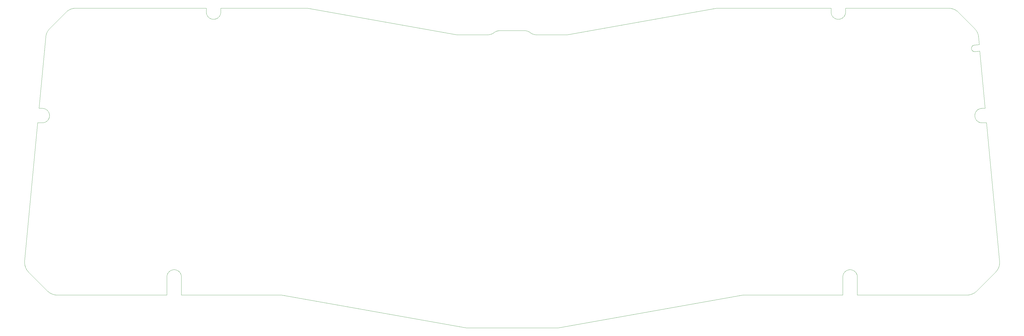
<source format=gbr>
G04 #@! TF.GenerationSoftware,KiCad,Pcbnew,(5.99.0-2612-g32a7d0025-dirty)*
G04 #@! TF.CreationDate,2020-08-15T16:38:39+02:00*
G04 #@! TF.ProjectId,BMEK_Solder,424d454b-5f53-46f6-9c64-65722e6b6963,1*
G04 #@! TF.SameCoordinates,Original*
G04 #@! TF.FileFunction,Profile,NP*
%FSLAX46Y46*%
G04 Gerber Fmt 4.6, Leading zero omitted, Abs format (unit mm)*
G04 Created by KiCad (PCBNEW (5.99.0-2612-g32a7d0025-dirty)) date 2020-08-15 16:38:39*
%MOMM*%
%LPD*%
G01*
G04 APERTURE LIST*
G04 #@! TA.AperFunction,Profile*
%ADD10C,0.100000*%
G04 #@! TD*
G04 APERTURE END LIST*
D10*
X70354293Y-109623661D02*
X70310434Y-109576454D01*
X66064611Y-110206216D02*
X66036356Y-110264100D01*
X312575090Y-109013515D02*
X312517205Y-109041767D01*
X358093980Y-29240825D02*
X358114959Y-29261493D01*
X82450543Y-17823835D02*
X82514702Y-17829361D01*
X84736954Y-16876758D02*
X84777198Y-16826478D01*
X30681562Y-14240454D02*
X30794399Y-14192079D01*
X67525016Y-108914905D02*
X67464628Y-108937352D01*
X316258667Y-110811294D02*
X316243779Y-110748608D01*
X358350195Y-29437699D02*
X358375943Y-29452029D01*
X82007701Y-17741381D02*
X82069986Y-17757798D01*
X311136248Y-110811294D02*
X311122898Y-110874356D01*
X21546871Y-50386292D02*
X21487015Y-50362357D01*
X80490085Y-16615816D02*
X80525234Y-16669848D01*
X23116879Y-53323586D02*
X23128674Y-53260215D01*
X80133297Y-15723588D02*
X80146646Y-15786650D01*
X25874356Y-117970565D02*
X25751714Y-117966046D01*
X360315571Y-24250507D02*
X360576929Y-27038283D01*
X66599303Y-109485294D02*
X66553158Y-109530308D01*
X184106660Y-22936343D02*
X184167261Y-22898066D01*
X356726024Y-117934479D02*
X356604102Y-117948000D01*
X82772272Y-17835683D02*
X82836655Y-17833311D01*
X316322456Y-117972081D02*
X316322456Y-117972081D01*
X80133297Y-15723588D02*
X80133297Y-15723588D01*
X23154663Y-53068769D02*
X23160185Y-53004605D01*
X21054440Y-55386036D02*
X21054440Y-55386036D01*
X357774516Y-28653802D02*
X357781185Y-28682482D01*
X22967495Y-51806931D02*
X22967495Y-51806931D01*
X23190155Y-21259727D02*
X23265774Y-21182464D01*
X83156536Y-17797835D02*
X83219906Y-17786036D01*
X81945847Y-17723443D02*
X82007701Y-17741381D01*
X23034832Y-53634865D02*
X23054283Y-53573471D01*
X22589813Y-22022931D02*
X22649042Y-21932543D01*
X66553158Y-109530308D02*
X66508151Y-109576446D01*
X22793885Y-51461990D02*
X22760090Y-51407136D01*
X25021664Y-117875996D02*
X25021664Y-117875996D01*
X315880066Y-109928105D02*
X315880066Y-109928105D01*
X316122639Y-110381924D02*
X316122639Y-110381924D01*
X357798396Y-117679825D02*
X357682381Y-117719734D01*
X315880066Y-109928105D02*
X315843599Y-109874952D01*
X359190210Y-116913779D02*
X359092572Y-116988069D01*
X80638443Y-16826478D02*
X80678684Y-16876758D01*
X22611731Y-51196471D02*
X22571488Y-51146191D01*
X80102597Y-15532780D02*
X80111266Y-15596605D01*
X80456286Y-16560962D02*
X80490085Y-16615816D01*
X308608265Y-17703997D02*
X308669659Y-17723446D01*
X197668102Y-22700812D02*
X197668102Y-22700812D01*
X315553612Y-109530316D02*
X315507477Y-109485299D01*
X358520083Y-27274743D02*
X358492703Y-27285540D01*
X81249477Y-17394083D02*
X81249477Y-17394083D01*
X310376348Y-17660596D02*
X310436199Y-17636661D01*
X314209568Y-108811909D02*
X314209568Y-108811909D01*
X360349662Y-50496435D02*
X360293241Y-50527487D01*
X80282650Y-16216020D02*
X80282650Y-16216020D01*
X308486964Y-17660596D02*
X308547357Y-17683044D01*
X316209425Y-110624472D02*
X316189976Y-110563078D01*
X312997313Y-108856566D02*
X312935460Y-108874504D01*
X196928986Y-22265114D02*
X196994421Y-22294336D01*
X358385882Y-27335443D02*
X358385882Y-27335443D01*
X69413815Y-108961285D02*
X69353958Y-108937352D01*
X80146646Y-15786650D02*
X80161534Y-15849336D01*
X69646675Y-109071427D02*
X69589513Y-109041767D01*
X68473749Y-108762263D02*
X68409298Y-108761471D01*
X366693195Y-109453289D02*
X366600169Y-109554316D01*
X171025738Y-23458169D02*
X171025738Y-23458169D01*
X21950703Y-23504819D02*
X21978054Y-23400236D01*
X199205752Y-23398884D02*
X199276394Y-23411310D01*
X85219750Y-15973473D02*
X85237689Y-15911620D01*
X359557927Y-54476761D02*
X359599390Y-54526039D01*
X22724941Y-51353104D02*
X22688476Y-51299950D01*
X24901553Y-117850566D02*
X24782153Y-117822207D01*
X358144961Y-27503418D02*
X358123311Y-27523337D01*
X314581755Y-108914905D02*
X314520847Y-108893953D01*
X21365711Y-50318957D02*
X21304318Y-50299508D01*
X358034232Y-29175888D02*
X358053608Y-29198013D01*
X198258701Y-23076865D02*
X198322923Y-23108755D01*
X21606113Y-55211260D02*
X21664688Y-55184429D01*
X85304376Y-15596605D02*
X85313045Y-15532780D01*
X30794399Y-14192079D02*
X30794399Y-14192079D01*
X358962079Y-52811478D02*
X358962079Y-52811478D01*
X360293241Y-55095470D02*
X360349662Y-55126522D01*
X81763152Y-17660593D02*
X81823544Y-17683041D01*
X311668304Y-109721186D02*
X311628062Y-109771467D01*
X197493471Y-22574878D02*
X197552500Y-22615631D01*
X69758738Y-109134912D02*
X69703092Y-109102479D01*
X70983822Y-110874356D02*
X70983822Y-110874356D01*
X360128706Y-50628872D02*
X360128706Y-50628872D01*
X363239317Y-55436478D02*
X363239317Y-55436478D01*
X311151136Y-110748608D02*
X311136248Y-110811294D01*
X352879314Y-15190200D02*
X352967192Y-15275946D01*
X14849732Y-108680661D02*
X14780943Y-108561735D01*
X357750261Y-28302511D02*
X357748317Y-28331901D01*
X85022831Y-16448892D02*
X85052488Y-16391727D01*
X25507038Y-117947996D02*
X25385115Y-117934475D01*
X312053492Y-15340320D02*
X312055865Y-15275933D01*
X20542355Y-50186474D02*
X20542355Y-50186474D01*
X359872519Y-50823790D02*
X359824266Y-50866456D01*
X309688951Y-17823837D02*
X309752960Y-17816739D01*
X65812743Y-111001339D02*
X65804074Y-111065165D01*
X350527226Y-13932983D02*
X350646630Y-13961341D01*
X315261201Y-109278073D02*
X315208983Y-109240329D01*
X29172299Y-15275942D02*
X29260181Y-15190196D01*
X31974265Y-13865583D02*
X32095839Y-13849073D01*
X311903224Y-16095778D02*
X311924176Y-16034870D01*
X359599390Y-54526039D02*
X359642056Y-54574292D01*
X84219319Y-17357616D02*
X84271536Y-17319872D01*
X29535877Y-14946424D02*
X29631650Y-14869773D01*
X357799902Y-28042662D02*
X357791562Y-28070924D01*
X351896109Y-14461022D02*
X352002108Y-14522799D01*
X311628062Y-109771467D02*
X311589060Y-109822727D01*
X358689042Y-27224354D02*
X358660389Y-27231020D01*
X14594637Y-108194446D02*
X14539332Y-108068743D01*
X357986090Y-27677050D02*
X357968729Y-27700833D01*
X313122283Y-108825260D02*
X313059596Y-108840149D01*
X306806656Y-13811478D02*
X306806656Y-15211478D01*
X359766139Y-22396386D02*
X359815285Y-22492687D01*
X20991070Y-55397835D02*
X21054440Y-55386036D01*
X358962871Y-52875933D02*
X358965243Y-52940319D01*
X22109841Y-22988711D02*
X22148295Y-22887760D01*
X307486635Y-16974292D02*
X307530485Y-17021498D01*
X359428702Y-21842980D02*
X359428702Y-21842980D01*
X21487015Y-50362357D02*
X21426619Y-50339910D01*
X182768118Y-23422286D02*
X182839001Y-23411310D01*
X314642149Y-108937352D02*
X314581755Y-108914905D01*
X310611909Y-17556181D02*
X310669074Y-17526521D01*
X20542355Y-55436474D02*
X20606806Y-55435683D01*
X84422344Y-17199165D02*
X84470593Y-17156498D01*
X82386538Y-17816737D02*
X82450543Y-17823835D01*
X367758590Y-107551869D02*
X367717383Y-107682874D01*
X22710232Y-21843424D02*
X22773334Y-21755650D01*
X67585919Y-108893953D02*
X67525016Y-108914905D01*
X183326586Y-23294274D02*
X183394726Y-23271881D01*
X84322793Y-17280870D02*
X84373070Y-17240628D01*
X310436199Y-17636661D02*
X310495446Y-17611265D01*
X358891868Y-117129429D02*
X358891868Y-117129429D01*
X358027434Y-117591481D02*
X357913431Y-117637068D01*
X67286960Y-109013515D02*
X67229074Y-109041767D01*
X311185490Y-110624472D02*
X311167553Y-110686325D01*
X309880397Y-17797837D02*
X309943768Y-17786039D01*
X69813586Y-109168710D02*
X69758738Y-109134912D01*
X184621923Y-22574878D02*
X184681743Y-22535363D01*
X315685146Y-109671915D02*
X315642479Y-109623661D01*
X359214124Y-53933845D02*
X359242376Y-53991729D01*
X359000720Y-52362737D02*
X358990486Y-52426349D01*
X85332790Y-13811480D02*
X116830196Y-13811480D01*
X81092847Y-17280870D02*
X81144106Y-17319872D01*
X359972077Y-54880874D02*
X360023337Y-54919876D01*
X356604102Y-117948000D02*
X356481885Y-117958527D01*
X20927460Y-55408070D02*
X20991070Y-55397835D01*
X21365711Y-55303994D02*
X21426619Y-55283041D01*
X313059596Y-108840149D02*
X312997313Y-108856566D01*
X310943182Y-17357619D02*
X310995399Y-17319875D01*
X314877708Y-109041767D02*
X314819823Y-109013515D01*
X14921810Y-108797718D02*
X14849732Y-108680661D01*
X82195736Y-17786036D02*
X82259106Y-17797835D01*
X65984127Y-110381924D02*
X65984127Y-110381924D01*
X307920133Y-17357619D02*
X307973286Y-17394086D01*
X22991429Y-51866782D02*
X22967495Y-51806931D01*
X22276669Y-22590104D02*
X22276669Y-22590104D01*
X23164133Y-52682633D02*
X23160185Y-52618343D01*
X24197688Y-117637061D02*
X24083675Y-117591473D01*
X15156803Y-109136228D02*
X15075417Y-109025608D01*
X185319094Y-22210684D02*
X185386304Y-22185497D01*
X315101798Y-109168710D02*
X315046944Y-109134912D01*
X360800951Y-29427802D02*
X362747119Y-50186478D01*
X311514847Y-109928097D02*
X311514847Y-109928097D01*
X312049541Y-15404609D02*
X312053492Y-15340320D01*
X359862353Y-22590063D02*
X359907305Y-22688433D01*
X358872933Y-21181686D02*
X358948579Y-21258985D01*
X68409298Y-108761471D02*
X68344846Y-108762263D01*
X21664688Y-55184429D02*
X21722569Y-55156177D01*
X84608957Y-17021495D02*
X84652815Y-16974289D01*
X367886964Y-107018284D02*
X367860375Y-107152964D01*
X15607632Y-109653653D02*
X15511774Y-109555127D01*
X19383114Y-50186474D02*
X21823269Y-24249663D01*
X198788808Y-23294274D02*
X198857369Y-23315259D01*
X186580822Y-21975355D02*
X195534573Y-21975355D01*
X352106591Y-14587177D02*
X352209509Y-14654132D01*
X357748317Y-28331901D02*
X357747095Y-28361321D01*
X357749432Y-28479033D02*
X357751823Y-28508403D01*
X358022555Y-27630774D02*
X358022555Y-27630774D01*
X32707852Y-13811476D02*
X80082852Y-13811476D01*
X20606806Y-50187266D02*
X20542355Y-50186474D01*
X29172299Y-15275942D02*
X29172299Y-15275942D01*
X313185345Y-108811909D02*
X313185345Y-108811909D01*
X358872933Y-21181686D02*
X358872933Y-21181686D01*
X358746839Y-27213133D02*
X358717863Y-27218391D01*
X20671188Y-50189638D02*
X20606806Y-50187266D01*
X356847596Y-117917969D02*
X356726024Y-117934479D01*
X360576929Y-27038283D02*
X358834569Y-27201632D01*
X311804614Y-16333846D02*
X311831445Y-16275268D01*
X185386304Y-22185497D02*
X185454067Y-22161677D01*
X359561672Y-116593353D02*
X359471756Y-116676879D01*
X82514702Y-17829361D02*
X82578987Y-17833311D01*
X359369321Y-54215820D02*
X359404472Y-54269852D01*
X84563931Y-17067631D02*
X84608957Y-17021495D01*
X307816653Y-17280873D02*
X307867914Y-17319875D01*
X65796974Y-111129175D02*
X65791447Y-111193339D01*
X22650734Y-54375218D02*
X22688476Y-54323001D01*
X21823269Y-24249663D02*
X21834559Y-24142150D01*
X20799633Y-55423835D02*
X20863638Y-55416737D01*
X171025738Y-23458169D02*
X182267971Y-23458204D01*
X66263186Y-109874945D02*
X66226711Y-109928097D01*
X70265408Y-109530316D02*
X70265408Y-109530316D01*
X360237592Y-50559920D02*
X360182738Y-50593720D01*
X32707852Y-13811476D02*
X32707852Y-13811476D01*
X68538132Y-108764635D02*
X68473749Y-108762263D01*
X357763301Y-28596003D02*
X357768554Y-28624971D01*
X358981818Y-52490174D02*
X358974720Y-52554183D01*
X306870448Y-15786652D02*
X306885335Y-15849339D01*
X22256881Y-50823782D02*
X22207600Y-50782318D01*
X23265774Y-21182464D02*
X29172299Y-15275942D01*
X84777198Y-16826478D02*
X84816200Y-16775218D01*
X358482161Y-29502877D02*
X358509445Y-29513937D01*
X358140282Y-117543105D02*
X358027434Y-117591481D01*
X22688476Y-51299950D02*
X22650734Y-51247732D01*
X307249050Y-16669850D02*
X307285518Y-16723003D01*
X358027434Y-117591481D02*
X358027434Y-117591481D01*
X22461575Y-116507603D02*
X15607632Y-109653653D01*
X196661327Y-22161677D02*
X196661327Y-22161677D01*
X308137819Y-17495468D02*
X308194240Y-17526521D01*
X358603636Y-27246441D02*
X358575562Y-27255190D01*
X349921742Y-13835556D02*
X350043664Y-13849076D01*
X198519259Y-23196418D02*
X198585859Y-23222940D01*
X85107566Y-16275265D02*
X85132961Y-16216020D01*
X359642056Y-54574292D02*
X359685907Y-54621498D01*
X357209586Y-117850573D02*
X357089468Y-117876004D01*
X360188297Y-23505276D02*
X360213368Y-23610446D01*
X360582535Y-50386296D02*
X360582535Y-50386296D01*
X367189940Y-108797223D02*
X367114702Y-108912204D01*
X21946643Y-50593714D02*
X21891795Y-50559915D01*
X197713879Y-22732747D02*
X197771183Y-22775884D01*
X199632444Y-23451602D02*
X199704037Y-23455276D01*
X66191562Y-109982129D02*
X66157763Y-110036982D01*
X186294114Y-21987117D02*
X186437258Y-21978300D01*
X358999816Y-29595210D02*
X359029223Y-29593542D01*
X359040757Y-52173618D02*
X359025869Y-52236305D01*
X23103529Y-53386648D02*
X23116879Y-53323586D01*
X23167294Y-52811474D02*
X23167294Y-52811474D01*
X65937745Y-110502170D02*
X65916792Y-110563078D01*
X311924176Y-16034870D02*
X311943625Y-15973476D01*
X359921797Y-50782327D02*
X359872519Y-50823790D01*
X68921383Y-108811909D02*
X68858013Y-108800110D01*
X198995670Y-23352986D02*
X199065369Y-23369716D01*
X183529536Y-23222940D02*
X183596136Y-23196418D01*
X367396213Y-108440668D02*
X367330759Y-108561341D01*
X265285099Y-13811478D02*
X265285099Y-13811478D01*
X83830159Y-17584431D02*
X83888045Y-17556178D01*
X66226711Y-109928097D02*
X66191562Y-109982129D01*
X357935790Y-27749633D02*
X357920225Y-27774628D01*
X84890408Y-16669848D02*
X84890408Y-16669848D01*
X358547706Y-27264625D02*
X358520083Y-27274743D01*
X274847218Y-117972073D02*
X274847218Y-117972073D01*
X22857365Y-51574059D02*
X22826315Y-51517639D01*
X358834569Y-27201632D02*
X358805205Y-27204750D01*
X359233763Y-21583794D02*
X359300588Y-21668754D01*
X360582535Y-50386296D02*
X360523289Y-50411692D01*
X311122898Y-110874356D02*
X311111099Y-110937559D01*
X306939139Y-16034870D02*
X306960091Y-16095778D01*
X358990486Y-52426349D02*
X358981818Y-52490174D01*
X183119719Y-23352986D02*
X183189061Y-23334832D01*
X312056656Y-15211478D02*
X312056656Y-15211478D01*
X196246407Y-22048504D02*
X196386086Y-22080513D01*
X357885633Y-28957092D02*
X357899750Y-28983028D01*
X367189940Y-108797223D02*
X367189940Y-108797223D01*
X366504350Y-109652806D02*
X366504350Y-109652806D01*
X308669659Y-17723446D02*
X308731512Y-17741383D01*
X359557927Y-51146193D02*
X359517685Y-51196474D01*
X83712338Y-17636659D02*
X83712338Y-17636659D01*
X311943625Y-15973476D02*
X311961562Y-15911623D01*
X315155830Y-109203862D02*
X315101798Y-109168710D01*
X360702779Y-50339913D02*
X360642386Y-50362361D01*
X316294050Y-110999997D02*
X316283816Y-110937559D01*
X25021664Y-117875996D02*
X24901553Y-117850566D01*
X306813771Y-15404610D02*
X306819297Y-15468773D01*
X312044016Y-15468773D02*
X312049541Y-15404609D01*
X360274843Y-23928762D02*
X360290733Y-24035679D01*
X360949218Y-55357801D02*
X361011905Y-55372689D01*
X359057174Y-53511622D02*
X359075111Y-53573475D01*
X360213368Y-23610446D02*
X360236153Y-23716108D01*
X196105595Y-22022248D02*
X196246407Y-22048504D01*
X358359946Y-27349561D02*
X358334392Y-27364296D01*
X18889187Y-55436474D02*
X18889187Y-55436474D01*
X314991294Y-109102479D02*
X314934873Y-109071427D01*
X307249050Y-16669850D02*
X307249050Y-16669850D01*
X352002108Y-14522799D02*
X352106591Y-14587177D01*
X199135403Y-23385017D02*
X199205752Y-23398884D01*
X22571488Y-51146191D02*
X22530021Y-51096913D01*
X174485500Y-129918774D02*
X107368404Y-117972073D01*
X22649042Y-21932543D02*
X22710232Y-21843424D01*
X80258726Y-16156169D02*
X80282650Y-16216020D01*
X311961562Y-15911623D02*
X311977979Y-15849339D01*
X358775957Y-27208585D02*
X358746839Y-27213133D01*
X22487349Y-51048660D02*
X22443491Y-51001454D01*
X359824266Y-54756502D02*
X359872519Y-54799169D01*
X311982896Y-109398780D02*
X311934643Y-109441445D01*
X21864085Y-23928082D02*
X21882305Y-23821601D01*
X313185345Y-108811909D02*
X313122283Y-108825260D01*
X316189976Y-110563078D02*
X316169023Y-110502170D01*
X360406827Y-50466775D02*
X360349662Y-50496435D01*
X316272019Y-110874356D02*
X316272019Y-110874356D01*
X23013877Y-53695773D02*
X23034832Y-53634865D01*
X85282345Y-15723588D02*
X85294142Y-15660217D01*
X360763687Y-50318961D02*
X360702779Y-50339913D01*
X182697049Y-23431804D02*
X182768118Y-23422286D01*
X80236285Y-16095775D02*
X80258726Y-16156169D01*
X358167085Y-27484042D02*
X358144961Y-27503418D01*
X67171906Y-109071427D02*
X67115483Y-109102479D01*
X311075621Y-111221362D02*
X311073248Y-111264425D01*
X22424081Y-22301391D02*
X22477314Y-22207388D01*
X312056656Y-15211478D02*
X312056656Y-13811478D01*
X357799902Y-28042662D02*
X357799902Y-28042662D01*
X198195126Y-23043656D02*
X198258701Y-23076865D01*
X24782153Y-117822207D02*
X24663518Y-117790937D01*
X316272019Y-110874356D02*
X316258667Y-110811294D01*
X361074967Y-50236920D02*
X361074967Y-50236920D01*
X367114702Y-108912204D02*
X367036379Y-109025012D01*
X361261241Y-55416739D02*
X361319037Y-55423838D01*
X361465029Y-55435687D02*
X361501106Y-55436478D01*
X360886934Y-50281574D02*
X360825081Y-50299511D01*
X311841301Y-109530308D02*
X311841301Y-109530308D01*
X358823356Y-29590046D02*
X358852702Y-29592712D01*
X358962079Y-52811478D02*
X358962871Y-52875933D01*
X358823356Y-29590046D02*
X358823356Y-29590046D01*
X312133715Y-109278073D02*
X312082455Y-109317076D01*
X22352337Y-50910301D02*
X22305135Y-50866449D01*
X312874065Y-108893953D02*
X312813158Y-108914905D01*
X21834559Y-24142150D02*
X21848167Y-24034944D01*
X361501106Y-55436478D02*
X363239317Y-55436478D01*
X361200606Y-50214886D02*
X361138169Y-50225121D01*
X21664688Y-50438520D02*
X21606113Y-50411689D01*
X367672568Y-107812771D02*
X367624200Y-107941388D01*
X312185933Y-109240329D02*
X312133715Y-109278073D01*
X359161896Y-51806935D02*
X359161896Y-51806935D01*
X357814850Y-28795366D02*
X357824980Y-28823014D01*
X80423851Y-16505313D02*
X80456286Y-16560962D01*
X360075554Y-54957620D02*
X360128706Y-54994088D01*
X306845299Y-15660220D02*
X306857098Y-15723591D01*
X361501106Y-55436478D02*
X361501106Y-55436478D01*
X311096939Y-17240631D02*
X311146217Y-17199167D01*
X67960554Y-108800110D02*
X67897183Y-108811909D01*
X358362114Y-117438182D02*
X358251858Y-117491996D01*
X21836149Y-55095466D02*
X21891795Y-55063033D01*
X311072456Y-117972073D02*
X274847218Y-117972073D01*
X310255047Y-17703997D02*
X310315955Y-17683044D01*
X359606427Y-22114257D02*
X359661691Y-22207138D01*
X311046658Y-17280873D02*
X311096939Y-17240631D01*
X82707821Y-17836475D02*
X82707821Y-17836475D01*
X197186854Y-22389903D02*
X197249641Y-22424357D01*
X70478675Y-109771474D02*
X70438431Y-109721194D01*
X21722569Y-50466771D02*
X21664688Y-50438520D01*
X30137400Y-14522795D02*
X30243400Y-14461019D01*
X309943768Y-17786039D02*
X310006829Y-17772688D01*
X22967495Y-51806931D02*
X22942100Y-51747686D01*
X22352328Y-54712647D02*
X22398464Y-54667630D01*
X85080737Y-16333843D02*
X85107566Y-16275265D01*
X29729288Y-14795483D02*
X29828749Y-14723590D01*
X82195736Y-17786036D02*
X82195736Y-17786036D01*
X24428754Y-117719726D02*
X24312732Y-117679817D01*
X308731512Y-17741383D02*
X308793796Y-17757800D01*
X66508151Y-109576446D02*
X66464308Y-109623654D01*
X70834438Y-110381924D02*
X70809043Y-110322680D01*
X359012519Y-53323590D02*
X359025869Y-53386651D01*
X315598628Y-109576454D02*
X315553612Y-109530316D01*
X350407108Y-13907553D02*
X350407108Y-13907553D01*
X357328989Y-117822215D02*
X357209586Y-117850573D01*
X359862353Y-22590063D02*
X359862353Y-22590063D01*
X314209568Y-108811909D02*
X314146198Y-108800110D01*
X68666576Y-108774110D02*
X68602417Y-108768585D01*
X359242376Y-51631227D02*
X359214124Y-51689111D01*
X66646513Y-109441445D02*
X66599303Y-109485294D01*
X83092926Y-17808069D02*
X83156536Y-17797835D01*
X357768554Y-28624971D02*
X357774516Y-28653802D01*
X312813158Y-108914905D02*
X312752764Y-108937352D01*
X358102148Y-27543790D02*
X358081480Y-27564769D01*
X360523289Y-55211266D02*
X360582535Y-55236664D01*
X80720147Y-16926036D02*
X80762814Y-16974289D01*
X21546871Y-50386292D02*
X21546871Y-50386292D01*
X307766372Y-17240631D02*
X307816653Y-17280873D01*
X360128706Y-54994088D02*
X360128706Y-54994088D01*
X81823544Y-17683041D02*
X81884452Y-17703994D01*
X14182766Y-106746434D02*
X14182766Y-106746434D01*
X23044094Y-21418989D02*
X23116254Y-21338578D01*
X312055865Y-15275933D02*
X312056656Y-15211478D01*
X361074967Y-50236920D02*
X361011905Y-50250270D01*
X68730581Y-108781208D02*
X68666576Y-108774110D01*
X357968729Y-27700833D02*
X357951960Y-27725031D01*
X66009523Y-110322678D02*
X65984127Y-110381924D01*
X359428702Y-21842980D02*
X359489913Y-21932145D01*
X14251366Y-107152760D02*
X14224794Y-107018023D01*
X70123833Y-109398782D02*
X70074555Y-109357318D01*
X357962316Y-29082846D02*
X357979440Y-29106768D01*
X70995618Y-110937726D02*
X70983822Y-110874356D01*
X69232654Y-108893953D02*
X69171261Y-108874504D01*
X197713879Y-22732747D02*
X197713879Y-22732747D01*
X80089970Y-15404607D02*
X80095497Y-15468771D01*
X359040757Y-53449338D02*
X359057174Y-53511622D01*
X196729090Y-22185497D02*
X196796301Y-22210684D01*
X357829035Y-27959255D02*
X357818646Y-27986807D01*
X81644063Y-17611262D02*
X81703304Y-17636659D01*
X314272630Y-108825260D02*
X314209568Y-108811909D01*
X358114959Y-29261493D02*
X358136454Y-29281655D01*
X22256868Y-54799165D02*
X22305122Y-54756499D01*
X183462392Y-23248097D02*
X183529536Y-23222940D01*
X80215336Y-16034868D02*
X80236285Y-16095775D01*
X311352754Y-110206216D02*
X311324502Y-110264100D01*
X361200606Y-55408072D02*
X361261241Y-55416739D01*
X66125328Y-110092631D02*
X66094273Y-110149051D01*
X315460272Y-109441448D02*
X315412020Y-109398782D01*
X357089468Y-117876004D02*
X357089468Y-117876004D01*
X313248715Y-108800110D02*
X313185345Y-108811909D01*
X198195126Y-23043656D02*
X198195126Y-23043656D01*
X69973004Y-109278073D02*
X69920777Y-109240329D01*
X357808933Y-28014613D02*
X357799902Y-28042662D01*
X70265408Y-109530316D02*
X70219282Y-109485299D01*
X311072456Y-111300503D02*
X311072456Y-111300503D01*
X25142373Y-117898470D02*
X25021664Y-117875996D01*
X311225892Y-110502170D02*
X311204939Y-110563078D01*
X22530021Y-54526036D02*
X22571488Y-54476758D01*
X309174361Y-17823837D02*
X309238525Y-17829363D01*
X314146198Y-108800110D02*
X314082585Y-108789876D01*
X184286056Y-22817824D02*
X184344212Y-22775884D01*
X22305135Y-50866449D02*
X22256881Y-50823782D01*
X84695487Y-16926036D02*
X84736954Y-16876758D01*
X359730924Y-50955323D02*
X359730924Y-50955323D01*
X307147665Y-16505315D02*
X307180098Y-16560965D01*
X358299823Y-29407183D02*
X358324818Y-29422748D01*
X357885633Y-28957092D02*
X357885633Y-28957092D01*
X22398464Y-54667630D02*
X22398464Y-54667630D01*
X360160948Y-23400636D02*
X360188297Y-23505276D01*
X82259106Y-17797835D02*
X82322716Y-17808069D01*
X360256648Y-23822226D02*
X360274843Y-23928762D01*
X24663518Y-117790937D02*
X24545700Y-117756771D01*
X316321665Y-111264427D02*
X316319292Y-111221365D01*
X360290733Y-24035679D02*
X360304312Y-24142940D01*
X313761911Y-108762263D02*
X313697456Y-108761471D01*
X360949218Y-50265157D02*
X360886934Y-50281574D01*
X307058701Y-16333846D02*
X307086953Y-16391730D01*
X81527605Y-17556178D02*
X81585487Y-17584431D01*
X358575562Y-27255190D02*
X358547706Y-27264625D01*
X22157306Y-54880870D02*
X22207588Y-54840629D01*
X22207588Y-54840629D02*
X22256868Y-54799165D01*
X186009800Y-22022248D02*
X186151568Y-22001776D01*
X66300936Y-109822727D02*
X66263186Y-109874945D01*
X68794403Y-108789876D02*
X68730581Y-108781208D01*
X306835064Y-15596608D02*
X306845299Y-15660220D01*
X315843599Y-109874952D02*
X315805854Y-109822734D01*
X70517677Y-109822734D02*
X70478675Y-109771474D01*
X358251858Y-117491996D02*
X358140282Y-117543105D01*
X361319037Y-50199119D02*
X361261241Y-50206218D01*
X358592853Y-29543070D02*
X358621115Y-29551410D01*
X85132961Y-16216020D02*
X85156895Y-16156169D01*
X310835998Y-17429237D02*
X310890030Y-17394086D01*
X358509445Y-29513937D02*
X358536997Y-29524326D01*
X22826315Y-51517639D02*
X22793885Y-51461990D01*
X357447625Y-117790945D02*
X357328989Y-117822215D01*
X358275221Y-29391013D02*
X358299823Y-29407183D01*
X15328500Y-109350516D02*
X15241181Y-109244551D01*
X311111099Y-110937559D02*
X311100864Y-110999996D01*
X308793796Y-17757800D02*
X308856483Y-17772688D01*
X198720669Y-23271881D02*
X198788808Y-23294274D01*
X184447292Y-22700812D02*
X184447292Y-22700812D01*
X357796632Y-28739337D02*
X357796632Y-28739337D01*
X21180185Y-55357797D02*
X21242467Y-55341380D01*
X311776361Y-16391730D02*
X311804614Y-16333846D01*
X359187293Y-53875267D02*
X359214124Y-53933845D01*
X367330759Y-108561341D02*
X367261990Y-108680216D01*
X358788950Y-117196383D02*
X358684467Y-117260761D01*
X361138169Y-55397838D02*
X361200606Y-55408072D01*
X360800951Y-29427802D02*
X360800951Y-29427802D01*
X367929027Y-106746807D02*
X367909854Y-106882873D01*
X311501052Y-16826480D02*
X311540054Y-16775220D01*
X367956383Y-106476277D02*
X367944486Y-106610620D01*
X66380184Y-109721186D02*
X66339941Y-109771467D01*
X82643370Y-17835683D02*
X82707821Y-17836475D01*
X23013877Y-51927175D02*
X22991429Y-51866782D01*
X67059832Y-109134912D02*
X67004980Y-109168710D01*
X14780943Y-108561735D02*
X14715475Y-108441011D01*
X85313045Y-15532780D02*
X85320145Y-15468771D01*
X85254107Y-15849337D02*
X85268995Y-15786650D01*
X316042159Y-110206219D02*
X316012500Y-110149055D01*
X312056656Y-13811478D02*
X312056656Y-13811478D01*
X360825081Y-50299511D02*
X360763687Y-50318961D01*
X356114017Y-117972081D02*
X316322456Y-117972081D01*
X306806656Y-15211478D02*
X306807447Y-15275933D01*
X306807447Y-15275933D02*
X306809820Y-15340320D01*
X312517205Y-109041767D02*
X312460040Y-109071427D01*
X306806656Y-13811478D02*
X306806656Y-13811478D01*
X359161896Y-53816021D02*
X359161896Y-53816021D01*
X359272036Y-54048895D02*
X359303089Y-54105316D01*
X314819823Y-109013515D02*
X314761245Y-108986683D01*
X195963826Y-22001776D02*
X196105595Y-22022248D01*
X22760090Y-51407136D02*
X22724941Y-51353104D01*
X80392796Y-16448892D02*
X80423851Y-16505313D01*
X306857098Y-15723591D02*
X306870448Y-15786652D01*
X21304318Y-50299508D02*
X21242467Y-50281570D01*
X311841301Y-109530308D02*
X311796284Y-109576446D01*
X311072456Y-117972073D02*
X311072456Y-117972073D01*
X367672568Y-107812771D02*
X367672568Y-107812771D01*
X182979986Y-23385017D02*
X183050020Y-23369716D01*
X307402506Y-16876761D02*
X307443970Y-16926039D01*
X30908411Y-14146489D02*
X31023452Y-14103731D01*
X359025869Y-53386651D02*
X359040757Y-53449338D01*
X82578987Y-17833311D02*
X82643370Y-17835683D01*
X311248340Y-110441776D02*
X311225892Y-110502170D01*
X29350100Y-15106671D02*
X29442013Y-15025402D01*
X70310434Y-109576454D02*
X70265408Y-109530316D01*
X22305122Y-54756499D02*
X22352328Y-54712647D01*
X314335317Y-108840149D02*
X314272630Y-108825260D01*
X311856842Y-16216022D02*
X311856842Y-16216022D01*
X21891795Y-55063033D02*
X21946643Y-55029235D01*
X360642386Y-55260598D02*
X360702779Y-55283046D01*
X22443491Y-54621494D02*
X22487349Y-54574289D01*
X69171261Y-108874504D02*
X69109410Y-108856566D01*
X313312328Y-108789876D02*
X313248715Y-108800110D01*
X23088641Y-52173614D02*
X23072223Y-52111330D01*
X308082170Y-17463035D02*
X308137819Y-17495468D01*
X80851681Y-17067631D02*
X80851681Y-17067631D01*
X312633668Y-108986683D02*
X312575090Y-109013515D01*
X14539332Y-108068743D02*
X14487480Y-107941521D01*
X312692913Y-108961285D02*
X312633668Y-108986683D01*
X14281620Y-107286690D02*
X14251366Y-107152760D01*
X67004980Y-109168710D02*
X66950955Y-109203862D01*
X83945213Y-17526519D02*
X84001636Y-17495466D01*
X306885335Y-15849339D02*
X306901752Y-15911623D01*
X24083675Y-117591473D02*
X23970828Y-117543097D01*
X311683216Y-16560965D02*
X311715649Y-16505315D01*
X65784329Y-117972073D02*
X65784329Y-117972073D01*
X84959352Y-16560962D02*
X84991781Y-16505313D01*
X21946643Y-55029235D02*
X22000668Y-54994084D01*
X306857098Y-15723591D02*
X306857098Y-15723591D01*
X367624200Y-107941388D02*
X367572346Y-108068556D01*
X312032174Y-109357317D02*
X311982896Y-109398780D01*
X311072456Y-111300503D02*
X311072456Y-117972073D01*
X311204939Y-110563078D02*
X311185490Y-110624472D01*
X358136454Y-29281655D02*
X358158459Y-29301300D01*
X358492703Y-27285540D02*
X358465580Y-27297012D01*
X22398464Y-54667630D02*
X22443491Y-54621494D01*
X15241181Y-109244551D02*
X15156803Y-109136228D01*
X22053823Y-54957616D02*
X22106043Y-54919873D01*
X314761245Y-108986683D02*
X314702000Y-108961285D01*
X195678137Y-21978300D02*
X195821281Y-21987117D01*
X65897343Y-110624472D02*
X65879407Y-110686325D01*
X67709157Y-108856566D02*
X67647308Y-108874504D01*
X310890030Y-17394086D02*
X310943182Y-17357619D01*
X359777060Y-50910306D02*
X359730924Y-50955323D01*
X23072223Y-52111330D02*
X23054283Y-52049477D01*
X307213898Y-16615818D02*
X307249050Y-16669850D01*
X358911511Y-29595878D02*
X358940947Y-29596377D01*
X31732388Y-13907550D02*
X31732388Y-13907550D01*
X311992867Y-15786652D02*
X312006218Y-15723591D01*
X85332790Y-15211476D02*
X85332790Y-13811480D01*
X197249641Y-22424357D02*
X197311716Y-22460092D01*
X306982539Y-16156171D02*
X307006474Y-16216022D01*
X197668102Y-22700812D02*
X197713879Y-22732747D01*
X367909854Y-106882873D02*
X367886964Y-107018284D01*
X367458319Y-108318266D02*
X367396213Y-108440668D01*
X358882091Y-29594656D02*
X358911511Y-29595878D01*
X22443491Y-51001454D02*
X22398464Y-50955319D01*
X315766852Y-109771474D02*
X315726609Y-109721194D01*
X182839001Y-23411310D02*
X182909639Y-23398884D01*
X367717383Y-107682874D02*
X367672568Y-107812771D01*
X184401516Y-22732747D02*
X184447292Y-22700812D01*
X311146217Y-17199167D02*
X311194470Y-17156501D01*
X358965243Y-52682637D02*
X358962871Y-52747023D01*
X22838294Y-21669290D02*
X22905090Y-21584374D01*
X360576929Y-27038283D02*
X360576929Y-27038283D01*
X70753965Y-110206219D02*
X70724308Y-110149055D01*
X83771581Y-17611262D02*
X83830159Y-17584431D01*
X314018760Y-108781208D02*
X313954751Y-108774110D01*
X357756313Y-28243893D02*
X357752927Y-28273165D01*
X85332790Y-15211476D02*
X85332790Y-15211476D01*
X81196323Y-17357616D02*
X81249477Y-17394083D01*
X309560497Y-17833314D02*
X309624787Y-17829363D01*
X199847424Y-23458229D02*
X211089550Y-23458289D01*
X359025869Y-52236305D02*
X359012519Y-52299366D01*
X15607632Y-109653653D02*
X15607632Y-109653653D01*
X357914486Y-29008581D02*
X357929831Y-29033743D01*
X29260181Y-15190196D02*
X29350100Y-15106671D01*
X349554427Y-13812987D02*
X349677068Y-13817506D01*
X31023452Y-14103731D02*
X31139470Y-14063821D01*
X84991781Y-16505313D02*
X85022831Y-16448892D01*
X361074967Y-55386040D02*
X361074967Y-55386040D01*
X312028250Y-15596608D02*
X312036917Y-15532782D01*
X23167294Y-52811474D02*
X23166503Y-52747020D01*
X311746702Y-16448895D02*
X311776361Y-16391730D01*
X349677068Y-13817506D02*
X349799525Y-13825031D01*
X357751823Y-28508403D02*
X357754933Y-28537706D01*
X66421646Y-109671908D02*
X66380184Y-109721186D01*
X21978054Y-23400236D02*
X22007669Y-23296268D01*
X311887437Y-109485294D02*
X311841301Y-109530308D01*
X359661691Y-22207138D02*
X359714935Y-22301192D01*
X14201922Y-106882556D02*
X14182766Y-106746434D01*
X84517796Y-17112648D02*
X84563931Y-17067631D01*
X69531631Y-109013515D02*
X69473056Y-108986683D01*
X80945036Y-17156498D02*
X80993291Y-17199165D01*
X85332790Y-13811480D02*
X85332790Y-13811480D01*
X312239086Y-109203862D02*
X312185933Y-109240329D01*
X357765228Y-28185677D02*
X357760414Y-28214726D01*
X358212718Y-27446949D02*
X358189674Y-27465216D01*
X25629256Y-117958521D02*
X25507038Y-117947996D01*
X23322159Y-117196373D02*
X23219235Y-117129422D01*
X80086017Y-15340317D02*
X80089970Y-15404607D01*
X24312732Y-117679817D02*
X24197688Y-117637061D01*
X352967192Y-15275945D02*
X358872933Y-21181686D01*
X358158459Y-29301300D02*
X358180964Y-29320419D01*
X81884452Y-17703994D02*
X81945847Y-17723443D01*
X367830103Y-107286839D02*
X367796169Y-107419832D01*
X67647308Y-108874504D02*
X67585919Y-108893953D01*
X22000668Y-50628865D02*
X22000668Y-50628865D01*
X359950103Y-22787718D02*
X359990735Y-22887882D01*
X360702779Y-55283046D02*
X360763687Y-55303998D01*
X309752960Y-17816739D02*
X309816785Y-17808071D01*
X311614266Y-16669850D02*
X311649417Y-16615818D01*
X183189061Y-23334832D02*
X183258024Y-23315259D01*
X22724941Y-51353104D02*
X22724941Y-51353104D01*
X358969194Y-52618347D02*
X358965243Y-52682637D01*
X315362742Y-109357318D02*
X315312462Y-109317076D01*
X359057174Y-52111334D02*
X359040757Y-52173618D01*
X65916792Y-110563078D02*
X65897343Y-110624472D01*
X14653362Y-108318558D02*
X14594637Y-108194446D01*
X185056171Y-22324882D02*
X185120974Y-22294336D01*
X357754933Y-28537706D02*
X357758760Y-28566910D01*
X357791562Y-28070924D02*
X357783923Y-28099370D01*
X357864209Y-27878254D02*
X357851822Y-27904967D01*
X25263541Y-117917964D02*
X25142373Y-117898470D01*
X22487349Y-54574289D02*
X22530021Y-54526036D01*
X84166165Y-17394083D02*
X84166165Y-17394083D01*
X316012500Y-110149055D02*
X315981448Y-110092635D01*
X360131342Y-23296612D02*
X360160948Y-23400636D01*
X23138905Y-52426345D02*
X23128674Y-52362733D01*
X65787494Y-111257629D02*
X65785121Y-111322016D01*
X22688476Y-54323001D02*
X22724941Y-54269848D01*
X80851681Y-17067631D02*
X80897826Y-17112648D01*
X359242376Y-53991729D02*
X359272036Y-54048895D01*
X307086953Y-16391730D02*
X307116613Y-16448895D01*
X20606806Y-55435683D02*
X20671188Y-55433311D01*
X184447292Y-22700812D02*
X184504678Y-22657613D01*
X358189674Y-27465216D02*
X358167085Y-27484042D01*
X70627033Y-109982134D02*
X70591885Y-109928105D01*
X357851822Y-27904967D02*
X357840095Y-27931971D01*
X356236787Y-117970573D02*
X356114017Y-117972081D01*
X85331999Y-15275931D02*
X85332790Y-15211476D01*
X195534573Y-21975355D02*
X195534573Y-21975355D01*
X70219282Y-109485299D02*
X70172083Y-109441448D01*
X185454067Y-22161677D02*
X185590943Y-22118248D01*
X359777060Y-54712651D02*
X359824266Y-54756502D01*
X361465029Y-50187270D02*
X361421968Y-50189642D01*
X311287811Y-17067634D02*
X311287811Y-17067634D01*
X316309816Y-111118431D02*
X316302718Y-111060634D01*
X311445897Y-110036982D02*
X311413465Y-110092631D01*
X361372958Y-55429363D02*
X361421968Y-55433314D01*
X359649550Y-116507603D02*
X359649550Y-116507603D01*
X310193653Y-17723446D02*
X310255047Y-17703997D01*
X307668841Y-17156501D02*
X307717094Y-17199167D01*
X22887021Y-51631224D02*
X22857365Y-51574059D01*
X70901775Y-110563078D02*
X70880821Y-110502170D01*
X316322456Y-111300503D02*
X316321665Y-111264427D01*
X312056656Y-13811478D02*
X349431656Y-13811479D01*
X107368404Y-117972073D02*
X71034237Y-117972073D01*
X30243400Y-14461019D02*
X30350865Y-14401870D01*
X350286402Y-13885080D02*
X350407108Y-13907553D01*
X351569499Y-14291565D02*
X351679755Y-14345379D01*
X211089550Y-23458289D02*
X211089550Y-23458289D01*
X70983822Y-110874356D02*
X70970473Y-110811294D01*
X30032913Y-14587174D02*
X30137400Y-14522795D01*
X184681743Y-22535363D02*
X184742335Y-22497097D01*
X198653003Y-23248097D02*
X198720669Y-23271881D01*
X359404472Y-51353108D02*
X359404472Y-51353108D01*
X307180098Y-16560965D02*
X307213898Y-16615818D01*
X359058593Y-29591153D02*
X359058593Y-29591153D01*
X306901752Y-15911623D02*
X306919689Y-15973476D01*
X352697487Y-15025405D02*
X352789398Y-15106675D01*
X309110352Y-17816739D02*
X309174361Y-17823837D01*
X70724308Y-110149055D02*
X70693258Y-110092635D01*
X20671188Y-55433311D02*
X20735474Y-55429361D01*
X22967495Y-53816018D02*
X22991429Y-53756166D01*
X184928541Y-22389903D02*
X184992020Y-22356741D01*
X357979440Y-29106768D02*
X357997139Y-29130256D01*
X358385882Y-27335443D02*
X358359946Y-27349561D01*
X83592098Y-17683041D02*
X83652490Y-17660593D01*
X358465580Y-27297012D02*
X358438727Y-27309156D01*
X14165096Y-105649784D02*
X14165096Y-105649784D01*
X358284472Y-27395587D02*
X358260127Y-27412126D01*
X316097242Y-110322680D02*
X316070411Y-110264103D01*
X14439114Y-107812848D02*
X14439114Y-107812848D01*
X183394726Y-23271881D02*
X183394726Y-23271881D01*
X359012519Y-53323590D02*
X359012519Y-53323590D01*
X14165096Y-105649784D02*
X18889187Y-55436474D01*
X358592853Y-29543070D02*
X358592853Y-29543070D01*
X310781144Y-17463035D02*
X310835998Y-17429237D01*
X84816200Y-16775218D02*
X84853943Y-16723000D01*
X80334879Y-16333843D02*
X80363134Y-16391727D01*
X311100864Y-110999996D02*
X311092196Y-111060631D01*
X199347272Y-23422286D02*
X199418339Y-23431804D01*
X22942100Y-53875263D02*
X22967495Y-53816018D01*
X358993110Y-117059964D02*
X358891868Y-117129429D01*
X70555420Y-109874952D02*
X70517677Y-109822734D01*
X360763687Y-55303998D02*
X360825081Y-55323447D01*
X311479696Y-109982129D02*
X311445897Y-110036982D01*
X32217762Y-13835553D02*
X32339980Y-13825027D01*
X358660389Y-27231020D02*
X358631916Y-27238384D01*
X84563931Y-17067631D02*
X84563931Y-17067631D01*
X358965243Y-52940319D02*
X358969194Y-53004609D01*
X65791447Y-111193339D02*
X65787494Y-111257629D01*
X311092196Y-111060631D02*
X311085097Y-111118429D01*
X358015406Y-29153299D02*
X358034232Y-29175888D01*
X83282968Y-17772686D02*
X83345656Y-17757798D01*
X359990735Y-22887882D02*
X360029188Y-22988889D01*
X66094273Y-110149051D02*
X66064611Y-110206216D01*
X22207600Y-50782318D02*
X22157314Y-50742076D01*
X350646630Y-13961341D02*
X350765266Y-13992612D01*
X359440939Y-51299954D02*
X359404472Y-51353108D01*
X357760414Y-28214726D02*
X357756313Y-28243893D01*
X85132961Y-16216020D02*
X85132961Y-16216020D01*
X185868987Y-22048504D02*
X186009800Y-22022248D01*
X31256413Y-14026775D02*
X31374228Y-13992609D01*
X358061318Y-27586265D02*
X358041673Y-27608269D01*
X358412157Y-27321968D02*
X358385882Y-27335443D01*
X85200298Y-16034868D02*
X85219750Y-15973473D01*
X359094560Y-51988087D02*
X359075111Y-52049481D01*
X22920905Y-116913775D02*
X22825138Y-116837123D01*
X311649417Y-16615818D02*
X311683216Y-16560965D01*
X67897183Y-108811909D02*
X67897183Y-108811909D01*
X83531190Y-17703994D02*
X83592098Y-17683041D01*
X198585859Y-23222940D02*
X198653003Y-23248097D01*
X83219906Y-17786036D02*
X83282968Y-17772686D01*
X83345656Y-17757798D02*
X83407941Y-17741381D01*
X360642386Y-50362361D02*
X360582535Y-50386296D01*
X309431656Y-17836478D02*
X309431656Y-17836478D01*
X356359428Y-117966053D02*
X356236787Y-117970573D01*
X83469795Y-17723443D02*
X83531190Y-17703994D01*
X71034237Y-117972073D02*
X71034237Y-117972073D01*
X71031076Y-111257629D02*
X71027129Y-111193339D01*
X14997070Y-108912751D02*
X14921810Y-108797718D01*
X71034237Y-111386471D02*
X71033446Y-111322016D01*
X84112139Y-17429234D02*
X84166165Y-17394083D01*
X198720669Y-23271881D02*
X198720669Y-23271881D01*
X358852702Y-29592712D02*
X358882091Y-29594656D01*
X69293562Y-108914905D02*
X69232654Y-108893953D01*
X80121500Y-15660217D02*
X80133297Y-15723588D01*
X358375943Y-29452029D02*
X358402035Y-29465722D01*
X361261241Y-50206218D02*
X361200606Y-50214886D01*
X367964915Y-106345994D02*
X367956383Y-106476277D01*
X70591885Y-109928105D02*
X70591885Y-109928105D01*
X310131800Y-17741383D02*
X310193653Y-17723446D01*
X357877251Y-27851845D02*
X357864209Y-27878254D01*
X82900940Y-17829361D02*
X82965099Y-17823835D01*
X84373070Y-17240628D02*
X84422344Y-17199165D01*
X23117996Y-117059959D02*
X23018539Y-116988065D01*
X65784329Y-111386471D02*
X65784329Y-111386471D01*
X20735474Y-50193589D02*
X20671188Y-50189638D01*
X66694768Y-109398780D02*
X66646513Y-109441445D01*
X359730924Y-50955323D02*
X359685907Y-51001457D01*
X81470440Y-17526519D02*
X81527605Y-17556178D01*
X23147569Y-52490171D02*
X23138905Y-52426345D01*
X14143449Y-106061287D02*
X14146893Y-105923999D01*
X313376153Y-108781208D02*
X313312328Y-108789876D01*
X30459746Y-14345376D02*
X30569994Y-14291562D01*
X23088641Y-53449334D02*
X23103529Y-53386648D01*
X31612268Y-13932980D02*
X31732388Y-13907550D01*
X313890587Y-108768585D02*
X313826298Y-108764635D01*
X14487480Y-107941521D02*
X14439114Y-107812848D01*
X357920225Y-27774628D02*
X357905274Y-27800005D01*
X24545700Y-117756771D02*
X24428754Y-117719726D01*
X21180185Y-50265154D02*
X21117501Y-50250266D01*
X358251023Y-29374243D02*
X358275221Y-29391013D01*
X312403620Y-109102479D02*
X312347970Y-109134912D01*
X21891795Y-50559915D02*
X21836149Y-50527483D01*
X307575501Y-17067634D02*
X307575501Y-17067634D01*
X23128674Y-52362733D02*
X23116879Y-52299363D01*
X84001636Y-17495466D02*
X84057287Y-17463033D01*
X30350865Y-14401870D02*
X30459746Y-14345376D01*
X359161896Y-53816021D02*
X359187293Y-53875267D01*
X85329625Y-15340317D02*
X85331999Y-15275931D01*
X68409298Y-108761471D02*
X68409298Y-108761471D01*
X23116879Y-52299363D02*
X23116879Y-52299363D01*
X314934873Y-109071427D02*
X314877708Y-109041767D01*
X307575501Y-17067634D02*
X307621635Y-17112650D01*
X22157314Y-50742076D02*
X22106048Y-50703074D01*
X350407108Y-13907553D02*
X350527226Y-13932983D01*
X310436199Y-17636661D02*
X310436199Y-17636661D01*
X85294142Y-15660217D02*
X85304376Y-15596605D01*
X361501106Y-50186478D02*
X361465029Y-50187270D01*
X367517041Y-108194206D02*
X367458319Y-108318266D01*
X315312462Y-109317076D02*
X315261201Y-109278073D01*
X68344846Y-108762263D02*
X68280460Y-108764635D01*
X359824266Y-50866456D02*
X359777060Y-50910306D01*
X22398464Y-50955319D02*
X22398464Y-50955319D01*
X358974720Y-53068773D02*
X358981818Y-53132782D01*
X307006474Y-16216022D02*
X307031870Y-16275268D01*
X313697456Y-108761471D02*
X313697456Y-108761471D01*
X23970828Y-117543097D02*
X23859253Y-117491988D01*
X65785121Y-111322016D02*
X65784329Y-111386471D01*
X367860375Y-107152964D02*
X367830103Y-107286839D01*
X107368404Y-117972073D02*
X107368404Y-117972073D01*
X14154108Y-105786805D02*
X14165096Y-105649784D01*
X357682381Y-117719734D02*
X357565440Y-117756779D01*
X367972322Y-106001666D02*
X367972686Y-106106473D01*
X357847256Y-28877514D02*
X357859391Y-28904342D01*
X85237689Y-15911620D02*
X85254107Y-15849337D01*
X362747119Y-50186478D02*
X361501106Y-50186478D01*
X31374228Y-13992609D02*
X31492864Y-13961338D01*
X358227240Y-29356883D02*
X358251023Y-29374243D01*
X183258024Y-23315259D02*
X183326586Y-23294274D01*
X185590943Y-22118248D02*
X185729309Y-22080513D01*
X315507477Y-109485299D02*
X315460272Y-109441448D01*
X70396964Y-109671915D02*
X70354293Y-109623661D01*
X360128706Y-50628872D02*
X360075554Y-50665340D01*
X357872185Y-28930872D02*
X357885633Y-28957092D01*
X358073527Y-29219662D02*
X358093980Y-29240825D01*
X311272274Y-110381924D02*
X311248340Y-110441776D01*
X308027317Y-17429237D02*
X308082170Y-17463035D01*
X84853943Y-16723000D02*
X84890408Y-16669848D01*
X14143776Y-106198593D02*
X14143449Y-106061287D01*
X80282650Y-16216020D02*
X80308046Y-16275265D01*
X311551315Y-109874945D02*
X311514847Y-109928097D01*
X186151568Y-22001776D02*
X186294114Y-21987117D01*
X316322456Y-117972081D02*
X316322456Y-111300503D01*
X23219235Y-117129422D02*
X23117996Y-117059959D01*
X85282345Y-15723588D02*
X85282345Y-15723588D01*
X66226711Y-109928097D02*
X66226711Y-109928097D01*
X70834438Y-110381924D02*
X70834438Y-110381924D01*
X307443970Y-16926039D02*
X307486635Y-16974292D01*
X183596136Y-23196418D02*
X183662172Y-23168540D01*
X23166503Y-52747020D02*
X23164133Y-52682633D01*
X310554024Y-17584433D02*
X310611909Y-17556181D01*
X358375943Y-29452029D02*
X358375943Y-29452029D01*
X70438431Y-109721194D02*
X70396964Y-109671915D01*
X315553612Y-109530316D02*
X315553612Y-109530316D01*
X80525234Y-16669848D02*
X80561699Y-16723000D01*
X82965099Y-17823835D02*
X83029104Y-17816737D01*
X183050020Y-23369716D02*
X183119719Y-23352986D01*
X81703304Y-17636659D02*
X81703304Y-17636659D01*
X316146574Y-110441776D02*
X316122639Y-110381924D01*
X316243779Y-110748608D02*
X316227362Y-110686325D01*
X199418339Y-23431804D02*
X199489572Y-23439864D01*
X22571488Y-54476758D02*
X22611731Y-54426478D01*
X357776985Y-28127986D02*
X357770753Y-28156760D01*
X306819297Y-15468773D02*
X306826396Y-15532782D01*
X184167261Y-22898066D02*
X184227066Y-22858555D01*
X307530485Y-17021498D02*
X307575501Y-17067634D01*
X66845583Y-109278073D02*
X66794324Y-109317076D01*
X358974720Y-52554183D02*
X358969194Y-52618347D01*
X21487015Y-55260592D02*
X21546871Y-55236657D01*
X23128674Y-53260215D02*
X23138905Y-53196603D01*
X21054440Y-50236916D02*
X20991070Y-50225117D01*
X23054283Y-53573471D02*
X23072223Y-53511618D01*
X309624787Y-17829363D02*
X309688951Y-17823837D01*
X207730312Y-129918873D02*
X207730312Y-129918873D01*
X359440939Y-54323004D02*
X359478682Y-54375221D01*
X312752764Y-108937352D02*
X312692913Y-108961285D01*
X22007669Y-23296268D02*
X22039514Y-23193001D01*
X83652490Y-17660593D02*
X83712338Y-17636659D01*
X359649550Y-116507603D02*
X359561672Y-116593353D01*
X311752433Y-109623654D02*
X311709767Y-109671908D01*
X358891868Y-117129429D02*
X358788950Y-117196383D01*
X198926330Y-23334832D02*
X198995670Y-23352986D01*
X315208983Y-109240329D02*
X315155830Y-109203862D01*
X359685907Y-54621498D02*
X359730924Y-54667633D01*
X359272036Y-51574062D02*
X359242376Y-51631227D01*
X360523289Y-50411692D02*
X360464711Y-50438523D01*
X197123375Y-22356741D02*
X197186854Y-22389903D01*
X21242467Y-55341380D02*
X21304318Y-55323443D01*
X71021607Y-111129175D02*
X71014512Y-111065165D01*
X360582535Y-55236664D02*
X360582535Y-55236664D01*
X352603624Y-14946428D02*
X352697487Y-15025405D01*
X21426619Y-50339910D02*
X21365711Y-50318957D01*
X31853096Y-13885077D02*
X31974265Y-13865583D01*
X311413465Y-110092631D02*
X311382413Y-110149051D01*
X359115513Y-53695777D02*
X359137961Y-53756170D01*
X357747095Y-28361321D02*
X357746595Y-28390757D01*
X356114017Y-117972081D02*
X356114017Y-117972081D01*
X313568615Y-108764635D02*
X313504326Y-108768585D01*
X357770753Y-28156760D02*
X357765228Y-28185677D01*
X359599390Y-51096915D02*
X359557927Y-51146193D01*
X22793885Y-54160960D02*
X22826315Y-54105310D01*
X22073576Y-23090470D02*
X22109841Y-22988711D01*
X81585487Y-17584431D02*
X81644063Y-17611262D01*
X358428444Y-29478765D02*
X358455157Y-29491151D01*
X21304318Y-55323443D02*
X21365711Y-55303994D01*
X14715475Y-108441011D02*
X14653362Y-108318558D01*
X357840095Y-27931971D02*
X357829035Y-27959255D01*
X308982915Y-17797837D02*
X309046527Y-17808071D01*
X367972686Y-106106473D02*
X367970283Y-106221987D01*
X307116613Y-16448895D02*
X307147665Y-16505315D01*
X358180964Y-29320419D02*
X358203883Y-29338939D01*
X70782214Y-110264103D02*
X70753965Y-110206219D01*
X183920269Y-23043656D02*
X183920269Y-23043656D01*
X356481885Y-117958527D02*
X356359428Y-117966053D01*
X359517685Y-51196474D02*
X359478682Y-51247735D01*
X23532647Y-117322527D02*
X23426646Y-117260750D01*
X352209509Y-14654132D02*
X352310751Y-14723593D01*
X23138905Y-53196603D02*
X23147569Y-53132778D01*
X67771437Y-108840149D02*
X67709157Y-108856566D01*
X360349662Y-55126522D02*
X360406827Y-55156182D01*
X360293241Y-50527487D02*
X360237592Y-50559920D01*
X20863638Y-50206214D02*
X20799633Y-50199115D01*
X29631650Y-14869773D02*
X29729288Y-14795483D01*
X30569994Y-14291562D02*
X30681562Y-14240454D01*
X358684467Y-117260761D02*
X358578467Y-117322538D01*
X360182738Y-55029239D02*
X360237592Y-55063037D01*
X116830196Y-13811480D02*
X116830196Y-13811480D01*
X68087994Y-108781208D02*
X68024167Y-108789876D01*
X69473056Y-108986683D02*
X69413815Y-108961285D01*
X307973286Y-17394086D02*
X307973286Y-17394086D01*
X359489913Y-21932145D02*
X359549161Y-22022582D01*
X32339980Y-13825027D02*
X32462438Y-13817502D01*
X366870667Y-109243863D02*
X366783377Y-109349784D01*
X367964094Y-105833043D02*
X367964094Y-105833043D01*
X197373059Y-22497097D02*
X197433651Y-22535363D01*
X360182738Y-50593720D02*
X360128706Y-50628872D01*
X184227066Y-22858555D02*
X184286056Y-22817824D01*
X23116254Y-21338578D02*
X23190155Y-21259727D01*
X23116879Y-52299363D02*
X23103529Y-52236301D01*
X359187293Y-51747689D02*
X359161896Y-51806935D01*
X361372958Y-50193593D02*
X361319037Y-50199119D01*
X20735474Y-55429361D02*
X20799633Y-55423835D01*
X311287811Y-17067634D02*
X311332829Y-17021498D01*
X314082585Y-108789876D02*
X314018760Y-108781208D01*
X83407941Y-17741381D02*
X83469795Y-17723443D01*
X70591885Y-109928105D02*
X70555420Y-109874952D01*
X311589060Y-109822727D02*
X311551315Y-109874945D01*
X23116879Y-53323586D02*
X23116879Y-53323586D01*
X366783377Y-109349784D02*
X366693195Y-109453289D01*
X315642479Y-109623661D02*
X315598628Y-109576454D01*
X357089468Y-117876004D02*
X356968762Y-117898475D01*
X32462438Y-13817502D02*
X32585080Y-13812984D01*
X199276394Y-23411310D02*
X199347272Y-23422286D01*
X21882305Y-23821601D02*
X21902820Y-23715539D01*
X360464711Y-55184434D02*
X360523289Y-55211266D01*
X359404472Y-54269852D02*
X359440939Y-54323004D01*
X349431656Y-13811479D02*
X349431656Y-13811479D01*
X22710232Y-21843424D02*
X22710232Y-21843424D01*
X311419347Y-16926039D02*
X311460810Y-16876761D01*
X314459453Y-108874504D02*
X314397600Y-108856566D01*
X67115483Y-109102479D02*
X67059832Y-109134912D01*
X358123311Y-27523337D02*
X358102148Y-27543790D01*
X23166503Y-52875929D02*
X23167294Y-52811474D01*
X308427113Y-17636661D02*
X308486964Y-17660596D01*
X71034237Y-117972073D02*
X71034237Y-111386471D01*
X22276669Y-22590104D02*
X22323739Y-22492781D01*
X69703092Y-109102479D02*
X69646675Y-109071427D01*
X80161534Y-15849336D02*
X80177952Y-15911620D01*
X68602417Y-108768585D02*
X68538132Y-108764635D01*
X80083643Y-15275931D02*
X80086017Y-15340317D01*
X197771183Y-22775884D02*
X197829339Y-22817824D01*
X361138169Y-50225121D02*
X361074967Y-50236920D01*
X308251405Y-17556181D02*
X308309289Y-17584433D01*
X360304312Y-24142940D02*
X360315571Y-24250507D01*
X195821281Y-21987117D02*
X195963826Y-22001776D01*
X30794399Y-14192079D02*
X30908411Y-14146489D01*
X22650734Y-51247732D02*
X22611731Y-51196471D01*
X80195889Y-15973473D02*
X80215336Y-16034868D01*
X306960091Y-16095778D02*
X306982539Y-16156171D01*
X357565440Y-117756779D02*
X357447625Y-117790945D01*
X360236153Y-23716108D02*
X360256648Y-23822226D01*
X196661327Y-22161677D02*
X196729090Y-22185497D01*
X357758760Y-28566910D02*
X357763301Y-28596003D01*
X307006474Y-16216022D02*
X307006474Y-16216022D01*
X22549455Y-116593350D02*
X22461575Y-116507603D01*
X357788558Y-28710998D02*
X357796632Y-28739337D01*
X67404781Y-108961285D02*
X67345538Y-108986683D01*
X311297671Y-110322678D02*
X311272274Y-110381924D01*
X25385115Y-117934475D02*
X25263541Y-117917964D01*
X82322716Y-17808069D02*
X82386538Y-17816737D01*
X359022509Y-21337875D02*
X359094699Y-21418325D01*
X182909639Y-23398884D02*
X182979986Y-23385017D01*
X357818646Y-27986807D02*
X357808933Y-28014613D01*
X23034832Y-51988083D02*
X23013877Y-51927175D01*
X81303512Y-17429234D02*
X81358368Y-17463033D01*
X308194240Y-17526521D02*
X308251405Y-17556181D01*
X21823269Y-24249663D02*
X21823269Y-24249663D01*
X307717094Y-17199167D02*
X307766372Y-17240631D01*
X309496111Y-17835686D02*
X309560497Y-17833314D01*
X22991429Y-53756166D02*
X23013877Y-53695773D01*
X367036379Y-109025012D02*
X366955017Y-109135585D01*
X358706950Y-29572221D02*
X358735867Y-29577746D01*
X70858372Y-110441776D02*
X70834438Y-110381924D01*
X359921797Y-54840632D02*
X359972077Y-54880874D01*
X23072223Y-53511618D02*
X23088641Y-53449334D01*
X359058593Y-29591153D02*
X360800951Y-29427802D01*
X197311716Y-22460092D02*
X197373059Y-22497097D01*
X352209509Y-14654132D02*
X352209509Y-14654132D01*
X14439114Y-107812848D02*
X14394303Y-107682893D01*
X66157763Y-110036982D02*
X66125328Y-110092631D01*
X358455157Y-29491151D02*
X358482161Y-29502877D01*
X83219906Y-17786036D02*
X83219906Y-17786036D01*
X22942100Y-51747686D02*
X22915271Y-51689108D01*
X360160948Y-23400636D02*
X360160948Y-23400636D01*
X316319292Y-111221365D02*
X316315342Y-111172354D01*
X82069986Y-17757798D02*
X82132674Y-17772686D01*
X367964094Y-105833043D02*
X367969392Y-105909784D01*
X32585080Y-13812984D02*
X32707852Y-13811476D01*
X65784329Y-117972073D02*
X25997128Y-117972073D01*
X14147872Y-106335838D02*
X14143776Y-106198593D01*
X359075111Y-53573475D02*
X359094560Y-53634869D01*
X309046527Y-17808071D02*
X309110352Y-17816739D01*
X358536997Y-29524326D02*
X358564803Y-29534039D01*
X359478682Y-54375221D02*
X359517685Y-54426481D01*
X359000720Y-53260219D02*
X359012519Y-53323590D01*
X357752927Y-28273165D02*
X357752927Y-28273165D01*
X358764916Y-29582560D02*
X358794084Y-29586661D01*
X23640114Y-117381676D02*
X23532647Y-117322527D01*
X358735867Y-29577746D02*
X358764916Y-29582560D01*
X198132249Y-23009151D02*
X198195126Y-23043656D01*
X358260127Y-27412126D02*
X358236205Y-27429250D01*
X14353106Y-107551832D02*
X14315539Y-107419739D01*
X312347970Y-109134912D02*
X312293117Y-109168710D01*
X358940947Y-29596377D02*
X358970387Y-29596155D01*
X24083675Y-117591473D02*
X24083675Y-117591473D01*
X20542355Y-50186474D02*
X19383114Y-50186474D01*
X359714935Y-22301192D02*
X359766139Y-22396386D01*
X309238525Y-17829363D02*
X309302815Y-17833314D01*
X83712338Y-17636659D02*
X83771581Y-17611262D01*
X313440162Y-108774110D02*
X313376153Y-108781208D01*
X22532565Y-22114558D02*
X22589813Y-22022931D01*
X185729309Y-22080513D02*
X185868987Y-22048504D01*
X21117501Y-50250266D02*
X21054440Y-50236916D01*
X67345538Y-108986683D02*
X67286960Y-109013515D01*
X307867914Y-17319875D02*
X307920133Y-17357619D01*
X357945777Y-29058501D02*
X357962316Y-29082846D01*
X198453222Y-23168540D02*
X198519259Y-23196418D01*
X367970283Y-106221987D02*
X367964915Y-106345994D01*
X308856483Y-17772688D02*
X308919544Y-17786039D01*
X359094699Y-21418325D02*
X359165125Y-21500308D01*
X182625816Y-23439863D02*
X182697049Y-23431804D01*
X350043664Y-13849076D02*
X350165236Y-13865586D01*
X70939166Y-110686325D02*
X70921227Y-110624472D01*
X311514847Y-109928097D02*
X311479696Y-109982129D01*
X308309289Y-17584433D02*
X308367867Y-17611265D01*
X314397600Y-108856566D02*
X314335317Y-108840149D01*
X361011905Y-55372689D02*
X361074967Y-55386040D01*
X360886934Y-55341384D02*
X360949218Y-55357801D01*
X361421968Y-50189642D02*
X361372958Y-50193593D01*
X80082852Y-13811476D02*
X80082852Y-15211476D01*
X182339690Y-23457469D02*
X182411356Y-23455266D01*
X81042568Y-17240628D02*
X81092847Y-17280870D01*
X359549161Y-22022582D02*
X359606427Y-22114257D01*
X311382413Y-110149051D02*
X311352754Y-110206216D01*
X66553158Y-109530308D02*
X66553158Y-109530308D01*
X357905274Y-27800005D02*
X357890945Y-27825753D01*
X65834774Y-110874356D02*
X65822977Y-110937726D01*
X359471756Y-116676879D02*
X359379845Y-116758149D01*
X310890030Y-17394086D02*
X310890030Y-17394086D01*
X313697456Y-108761471D02*
X313633002Y-108762263D01*
X22372883Y-22396533D02*
X22424081Y-22301391D01*
X359730924Y-54667633D02*
X359730924Y-54667633D01*
X14315539Y-107419739D02*
X14281620Y-107286690D01*
X22639371Y-116676876D02*
X22549455Y-116593350D01*
X359300588Y-21668754D02*
X359365576Y-21755159D01*
X356968762Y-117898475D02*
X356847596Y-117917969D01*
X65960193Y-110441776D02*
X65937745Y-110502170D01*
X309943768Y-17786039D02*
X309943768Y-17786039D01*
X68280460Y-108764635D02*
X68216169Y-108768585D01*
X351345074Y-14192082D02*
X351345074Y-14192082D01*
X358805205Y-27204750D02*
X358775957Y-27208585D01*
X197829339Y-22817824D02*
X197888329Y-22858555D01*
X70955584Y-110748608D02*
X70939166Y-110686325D01*
X311167553Y-110686325D02*
X311151136Y-110748608D01*
X70921227Y-110624472D02*
X70901775Y-110563078D01*
X22826315Y-54105310D02*
X22857365Y-54048890D01*
X310006829Y-17772688D02*
X310069516Y-17757800D01*
X183662172Y-23168540D02*
X183727625Y-23139316D01*
X307031870Y-16275268D02*
X307058701Y-16333846D01*
X70074555Y-109357318D02*
X70024271Y-109317076D01*
X198387770Y-23139317D02*
X198453222Y-23168540D01*
X357859391Y-28904342D02*
X357872185Y-28930872D01*
X80993291Y-17199165D02*
X81042568Y-17240628D01*
X185120974Y-22294336D02*
X185186408Y-22265114D01*
X311073248Y-111264425D02*
X311072456Y-111300503D01*
X360128706Y-54994088D02*
X360182738Y-55029239D01*
X183792472Y-23108755D02*
X183856693Y-23076865D01*
X358203883Y-29338939D02*
X358227240Y-29356883D01*
X311880776Y-16156171D02*
X311903224Y-16095778D01*
X349799525Y-13825031D02*
X349921742Y-13835556D01*
X316302718Y-111060634D02*
X316294050Y-110999997D01*
X21546871Y-55236657D02*
X21546871Y-55236657D01*
X182482947Y-23451596D02*
X182554442Y-23446461D01*
X357783923Y-28099370D02*
X357776985Y-28127986D01*
X25751714Y-117966046D02*
X25629256Y-117958521D01*
X358053608Y-29198013D02*
X358073527Y-29219662D01*
X185186408Y-22265114D02*
X185252455Y-22237226D01*
X311977979Y-15849339D02*
X311992867Y-15786652D01*
X23219235Y-117129422D02*
X23219235Y-117129422D01*
X23265774Y-21182464D02*
X23265774Y-21182464D01*
X31139470Y-14063821D02*
X31256413Y-14026775D01*
X357752927Y-28273165D02*
X357750261Y-28302511D01*
X199775704Y-23457486D02*
X199847424Y-23458229D01*
X307285518Y-16723003D02*
X307323262Y-16775220D01*
X308919544Y-17786039D02*
X308982915Y-17797837D01*
X316227362Y-110686325D02*
X316209425Y-110624472D01*
X357997139Y-29130256D02*
X358015406Y-29153299D01*
X29442013Y-15025402D02*
X29535877Y-14946424D01*
X197059224Y-22324882D02*
X197123375Y-22356741D01*
X357796632Y-28739337D02*
X357805399Y-28767470D01*
X22188927Y-22787651D02*
X22231723Y-22688420D01*
X265285099Y-13811478D02*
X306806656Y-13811478D01*
X23426646Y-117260750D02*
X23322159Y-117196373D01*
X310315955Y-17683044D02*
X310376348Y-17660596D01*
X22905090Y-21584374D02*
X22973698Y-21500930D01*
X211089550Y-23458289D02*
X265285099Y-13811478D01*
X351116037Y-14103735D02*
X351231072Y-14146492D01*
X311614266Y-16669850D02*
X311614266Y-16669850D01*
X359092572Y-116988069D02*
X358993110Y-117059964D01*
X359730924Y-54667633D02*
X359777060Y-54712651D01*
X311577798Y-16723003D02*
X311614266Y-16669850D01*
X361074967Y-55386040D02*
X361138169Y-55397838D01*
X29828749Y-14723590D02*
X29929989Y-14654128D01*
X14182766Y-106746434D02*
X14167368Y-106609836D01*
X196862940Y-22237226D02*
X196928986Y-22265114D01*
X20863638Y-55416737D02*
X20927460Y-55408070D01*
X80762814Y-16974289D02*
X80806664Y-17021495D01*
X359685907Y-51001457D02*
X359642056Y-51048662D01*
X71014512Y-111065165D02*
X71005849Y-111001339D01*
X84925556Y-16615816D02*
X84959352Y-16560962D01*
X84652815Y-16974289D02*
X84695487Y-16926036D01*
X358969194Y-53004609D02*
X358974720Y-53068773D01*
X22231723Y-22688420D02*
X22276669Y-22590104D01*
X183856693Y-23076865D02*
X183920269Y-23043656D01*
X367969392Y-105909784D02*
X367972322Y-106001666D01*
X311085097Y-111118429D02*
X311079571Y-111172351D01*
X182267971Y-23458204D02*
X182339690Y-23457469D01*
X23054283Y-52049477D02*
X23034832Y-51988083D01*
X359115513Y-51927179D02*
X359094560Y-51988087D01*
X359012519Y-52299366D02*
X359012519Y-52299366D01*
X69047129Y-108840149D02*
X68984444Y-108825260D01*
X70172083Y-109441448D02*
X70123833Y-109398782D01*
X20799633Y-50199115D02*
X20735474Y-50193589D01*
X85268995Y-15786650D02*
X85282345Y-15723588D01*
X67404781Y-108961285D02*
X67404781Y-108961285D01*
X359137961Y-51866786D02*
X359115513Y-51927179D01*
X68921383Y-108811909D02*
X68921383Y-108811909D01*
X358990486Y-53196607D02*
X359000720Y-53260219D01*
X21925622Y-23609932D02*
X21950703Y-23504819D01*
X22530021Y-51096913D02*
X22487349Y-51048660D01*
X197552500Y-22615631D02*
X197610717Y-22657613D01*
X83029104Y-17816737D02*
X83092926Y-17808069D01*
X23160185Y-53004605D02*
X23164133Y-52940315D01*
X82836655Y-17833311D02*
X82900940Y-17829361D01*
X70809043Y-110322680D02*
X70782214Y-110264103D01*
X361421968Y-55433314D02*
X361465029Y-55435687D01*
X358621115Y-29551410D02*
X358649560Y-29559050D01*
X196994421Y-22294336D02*
X197059224Y-22324882D01*
X21848167Y-24034944D02*
X21864085Y-23928082D01*
X25997128Y-117972073D02*
X25874356Y-117970565D01*
X358962871Y-52747023D02*
X358962079Y-52811478D01*
X23160185Y-52618343D02*
X23154663Y-52554180D01*
X18889187Y-55436474D02*
X20542355Y-55436474D01*
X83888045Y-17556178D02*
X83945213Y-17526519D01*
X23018539Y-116988065D02*
X22920905Y-116913775D01*
X359379845Y-116758149D02*
X359285982Y-116837127D01*
X310995399Y-17319875D02*
X311046658Y-17280873D01*
X311324502Y-110264100D02*
X311297671Y-110322678D01*
X350765266Y-13992612D02*
X350883081Y-14026778D01*
X65984127Y-110381924D02*
X65960193Y-110441776D01*
X22731279Y-116758145D02*
X22639371Y-116676876D01*
X308427113Y-17636661D02*
X308427113Y-17636661D01*
X84470593Y-17156498D02*
X84517796Y-17112648D01*
X185454067Y-22161677D02*
X185454067Y-22161677D01*
X359029223Y-29593542D02*
X359058593Y-29591153D01*
X23147569Y-53132778D02*
X23154663Y-53068769D01*
X359335522Y-51461992D02*
X359303089Y-51517642D01*
X359335522Y-54160966D02*
X359369321Y-54215820D01*
X19383114Y-50186474D02*
X19383114Y-50186474D01*
X67464628Y-108937352D02*
X67404781Y-108961285D01*
X65822977Y-110937726D02*
X65812743Y-111001339D01*
X22148295Y-22887760D02*
X22188927Y-22787651D01*
X360315571Y-24250507D02*
X360315571Y-24250507D01*
X185252455Y-22237226D02*
X185319094Y-22210684D01*
X357835784Y-28850401D02*
X357847256Y-28877514D01*
X311856842Y-16216022D02*
X311880776Y-16156171D01*
X80082852Y-15211476D02*
X80082852Y-15211476D01*
X67834122Y-108825260D02*
X67771437Y-108840149D01*
X116830196Y-13811480D02*
X171025738Y-23458169D01*
X316315342Y-111172354D02*
X316309816Y-111118431D01*
X22887021Y-53991724D02*
X22915271Y-53933840D01*
X70660829Y-110036987D02*
X70627033Y-109982134D01*
X68024167Y-108789876D02*
X67960554Y-108800110D01*
X359369321Y-51407139D02*
X359335522Y-51461992D01*
X357746818Y-28420197D02*
X357747764Y-28449627D01*
X359285982Y-116837127D02*
X359190210Y-116913779D01*
X357781185Y-28682482D02*
X357788558Y-28710998D01*
X23103529Y-52236301D02*
X23088641Y-52173614D01*
X366955017Y-109135585D02*
X366870667Y-109243863D01*
X307973286Y-17394086D02*
X308027317Y-17429237D01*
X182839001Y-23411310D02*
X182839001Y-23411310D01*
X360582535Y-55236664D02*
X360642386Y-55260598D01*
X352789398Y-15106675D02*
X352879314Y-15190200D01*
X197948134Y-22898066D02*
X198008734Y-22936344D01*
X316283816Y-110937559D02*
X316272019Y-110874356D01*
X21978054Y-23400236D02*
X21978054Y-23400236D01*
X70693258Y-110092635D02*
X70660829Y-110036987D01*
X80308046Y-16275265D02*
X80334879Y-16333843D01*
X174485500Y-129918774D02*
X174485500Y-129918774D01*
X311194470Y-17156501D02*
X311241676Y-17112650D01*
X315046944Y-109134912D02*
X314991294Y-109102479D01*
X66464308Y-109623654D02*
X66421646Y-109671908D01*
X359214124Y-51689111D02*
X359187293Y-51747689D01*
X360075554Y-50665340D02*
X360023337Y-50703083D01*
X69867611Y-109203862D02*
X69813586Y-109168710D01*
X367944486Y-106610620D02*
X367929027Y-106746807D01*
X358578467Y-117322538D02*
X358471000Y-117381687D01*
X351788641Y-14401873D02*
X351896109Y-14461022D01*
X309816785Y-17808071D02*
X309880397Y-17797837D01*
X184742335Y-22497097D02*
X184803679Y-22460092D01*
X358022555Y-27630774D02*
X358004034Y-27653693D01*
X80111266Y-15596605D02*
X80121500Y-15660217D01*
X358834569Y-27201632D02*
X358834569Y-27201632D01*
X360237592Y-55063037D02*
X360293241Y-55095470D01*
X311540054Y-16775220D02*
X311577798Y-16723003D01*
X357805399Y-28767470D02*
X357814850Y-28795366D01*
X314702000Y-108961285D02*
X314702000Y-108961285D01*
X182411356Y-23455266D02*
X182482947Y-23451596D01*
X71034237Y-111386471D02*
X71034237Y-111386471D01*
X22724941Y-54269848D02*
X22724941Y-54269848D01*
X84271536Y-17319872D02*
X84322793Y-17280870D01*
X310069516Y-17757800D02*
X310131800Y-17741383D01*
X23154663Y-52554180D02*
X23147569Y-52490171D01*
X14146893Y-105923999D02*
X14154108Y-105786805D01*
X359161896Y-51806935D02*
X359137961Y-51866786D01*
X184504678Y-22657613D02*
X184562895Y-22615631D01*
X66950955Y-109203862D02*
X66897800Y-109240329D01*
X195534573Y-21975355D02*
X195678137Y-21978300D01*
X366504350Y-109652806D02*
X359649550Y-116507603D01*
X66794324Y-109317076D02*
X66744045Y-109357317D01*
X306809820Y-15340320D02*
X306813771Y-15404610D01*
X80082852Y-13811476D02*
X80082852Y-13811476D01*
X358309231Y-27379641D02*
X358284472Y-27395587D01*
X71033446Y-111322016D02*
X71031076Y-111257629D01*
X311122898Y-110874356D02*
X311122898Y-110874356D01*
X306826396Y-15532782D02*
X306835064Y-15596608D01*
X15075417Y-109025608D02*
X14997070Y-108912751D01*
X80525234Y-16669848D02*
X80525234Y-16669848D01*
X65879407Y-110686325D02*
X65862994Y-110748608D01*
X81703304Y-17636659D02*
X81763152Y-17660593D01*
X21779732Y-55126518D02*
X21836149Y-55095466D01*
X22323739Y-22492781D02*
X22372883Y-22396533D01*
X358471000Y-117381687D02*
X358362114Y-117438182D01*
X80177952Y-15911620D02*
X80195889Y-15973473D01*
X22773334Y-21755650D02*
X22838294Y-21669290D01*
X81249477Y-17394083D02*
X81303512Y-17429234D01*
X360065449Y-23090703D02*
X360099505Y-23193290D01*
X22106048Y-50703074D02*
X22053824Y-50665331D01*
X315412020Y-109398782D02*
X315362742Y-109357318D01*
X312239086Y-109203862D02*
X312239086Y-109203862D01*
X308367867Y-17611265D02*
X308427113Y-17636661D01*
X310725494Y-17495468D02*
X310781144Y-17463035D01*
X311272274Y-110381924D02*
X311272274Y-110381924D01*
X14394303Y-107682893D02*
X14353106Y-107551832D01*
X357824980Y-28823014D02*
X357835784Y-28850401D01*
X358631916Y-27238384D02*
X358603636Y-27246441D01*
X22000668Y-50628865D02*
X21946643Y-50593714D01*
X22760090Y-54215815D02*
X22793885Y-54160960D01*
X21426619Y-55283041D02*
X21487015Y-55260592D01*
X184992020Y-22356741D02*
X185056171Y-22324882D01*
X85320145Y-15468771D02*
X85325672Y-15404607D01*
X199065369Y-23369716D02*
X199135403Y-23385017D01*
X309302815Y-17833314D02*
X309367201Y-17835686D01*
X14167368Y-106609836D02*
X14155737Y-106472945D01*
X20542355Y-55436474D02*
X20542355Y-55436474D01*
X351679755Y-14345379D02*
X351788641Y-14401873D01*
X359165125Y-21500308D02*
X359233763Y-21583794D01*
X14921810Y-108797718D02*
X14921810Y-108797718D01*
X184803679Y-22460092D02*
X184865754Y-22424357D01*
X21054440Y-55386036D02*
X21117501Y-55372685D01*
X359478682Y-51247735D02*
X359440939Y-51299954D01*
X312082455Y-109317076D02*
X312032174Y-109357317D01*
X361501106Y-50186478D02*
X361501106Y-50186478D01*
X22053824Y-50665331D02*
X22000668Y-50628865D01*
X351457922Y-14240457D02*
X351569499Y-14291565D01*
X183394726Y-23271881D02*
X183462392Y-23248097D01*
X361319037Y-55423838D02*
X361372958Y-55429363D01*
X308547357Y-17683044D02*
X308608265Y-17703997D01*
X197610717Y-22657613D02*
X197668102Y-22700812D01*
X80095497Y-15468771D02*
X80102597Y-15532780D01*
X359872519Y-54799169D02*
X359921797Y-54840632D01*
X197888329Y-22858555D02*
X197948134Y-22898066D01*
X69589513Y-109041767D02*
X69531631Y-109013515D01*
X199847424Y-23458229D02*
X199847424Y-23458229D01*
X358041673Y-27608269D02*
X358022555Y-27630774D01*
X357929831Y-29033743D02*
X357945777Y-29058501D01*
X358324818Y-29422748D02*
X358350195Y-29437699D01*
X357751823Y-28508403D02*
X357751823Y-28508403D01*
X312460040Y-109071427D02*
X312403620Y-109102479D01*
X360825081Y-55323447D02*
X360886934Y-55341384D01*
X316322456Y-111300503D02*
X316322456Y-111300503D01*
X361011905Y-50250270D02*
X360949218Y-50265157D01*
X199560948Y-23446464D02*
X199632444Y-23451602D01*
X21779732Y-50496430D02*
X21722569Y-50466771D01*
X367796169Y-107419832D02*
X367758590Y-107551869D01*
X29929989Y-14654128D02*
X29929989Y-14654128D01*
X198857369Y-23315259D02*
X198926330Y-23334832D01*
X23164133Y-52940315D02*
X23166503Y-52875929D01*
X21117501Y-55372685D02*
X21180185Y-55357797D01*
X315726609Y-109721194D02*
X315685146Y-109671915D01*
X367929027Y-106746807D02*
X367929027Y-106746807D01*
X350883081Y-14026778D02*
X351000022Y-14063824D01*
X358678176Y-29565988D02*
X358706950Y-29572221D01*
X70880821Y-110502170D02*
X70858372Y-110441776D01*
X22724941Y-54269848D02*
X22760090Y-54215815D01*
X311241676Y-17112650D02*
X311287811Y-17067634D01*
X183727625Y-23139316D02*
X183792472Y-23108755D01*
X357951960Y-27725031D02*
X357935790Y-27749633D01*
X29929989Y-14654128D02*
X30032913Y-14587174D01*
X196386086Y-22080513D02*
X196524452Y-22118248D01*
X21546871Y-55236657D02*
X21606113Y-55211260D01*
X313954751Y-108774110D02*
X313890587Y-108768585D01*
X184045282Y-22973376D02*
X184106660Y-22936343D01*
X21242467Y-50281570D02*
X21180185Y-50265154D01*
X68216169Y-108768585D02*
X68152004Y-108774110D01*
X197433651Y-22535363D02*
X197493471Y-22574878D01*
X66897800Y-109240329D02*
X66845583Y-109278073D01*
X308919544Y-17786039D02*
X308919544Y-17786039D01*
X359075111Y-52049481D02*
X359057174Y-52111334D01*
X68984444Y-108825260D02*
X68921383Y-108811909D01*
X350165236Y-13865586D02*
X350286402Y-13885080D01*
X315155830Y-109203862D02*
X315155830Y-109203862D01*
X21606113Y-50411689D02*
X21546871Y-50386292D01*
X66744045Y-109357317D02*
X66694768Y-109398780D01*
X307621635Y-17112650D02*
X307668841Y-17156501D01*
X360029188Y-22988889D02*
X360065449Y-23090703D01*
X69353958Y-108937352D02*
X69293562Y-108914905D01*
X312018016Y-15660220D02*
X312028250Y-15596608D01*
X349431656Y-13811479D02*
X349554427Y-13812987D01*
X81144106Y-17319872D02*
X81196323Y-17357616D01*
X21722569Y-55156177D02*
X21779732Y-55126518D01*
X312935460Y-108874504D02*
X312874065Y-108893953D01*
X31732388Y-13907550D02*
X31853096Y-13885077D01*
X309367201Y-17835686D02*
X309431656Y-17836478D01*
X358649560Y-29559050D02*
X358678176Y-29565988D01*
X311079571Y-111172351D02*
X311075621Y-111221362D01*
X359094560Y-53634869D02*
X359115513Y-53695777D01*
X183983146Y-23009151D02*
X184045282Y-22973376D01*
X360023337Y-50703083D02*
X359972077Y-50742085D01*
X186580822Y-21975355D02*
X186580822Y-21975355D01*
X306806656Y-15211478D02*
X306806656Y-15211478D01*
X314702000Y-108961285D02*
X314642149Y-108937352D01*
X358970387Y-29596155D02*
X358999816Y-29595210D01*
X316070411Y-110264103D02*
X316042159Y-110206219D01*
X358438727Y-27309156D02*
X358412157Y-27321968D01*
X367572346Y-108068556D02*
X367517041Y-108194206D01*
X315981448Y-110092635D02*
X315949016Y-110036987D01*
X80897826Y-17112648D02*
X80945036Y-17156498D01*
X84890408Y-16669848D02*
X84925556Y-16615816D01*
X21836149Y-50527483D02*
X21779732Y-50496430D01*
X84166165Y-17394083D02*
X84219319Y-17357616D01*
X22398464Y-50955319D02*
X22352337Y-50910301D01*
X358236205Y-27429250D02*
X358212718Y-27446949D01*
X69867611Y-109203862D02*
X69867611Y-109203862D01*
X359907305Y-22688433D02*
X359950103Y-22787718D01*
X22915271Y-53933840D02*
X22942100Y-53875263D01*
X312692913Y-108961285D02*
X312692913Y-108961285D01*
X360464711Y-50438523D02*
X360406827Y-50466775D01*
X65834774Y-110874356D02*
X65834774Y-110874356D01*
X184562895Y-22615631D02*
X184621923Y-22574878D01*
X71027129Y-111193339D02*
X71021607Y-111129175D01*
X196524452Y-22118248D02*
X196661327Y-22161677D01*
X25997128Y-117972073D02*
X25997128Y-117972073D01*
X359404472Y-51353108D02*
X359369321Y-51407139D01*
X358334392Y-27364296D02*
X358309231Y-27379641D01*
X196796301Y-22210684D02*
X196862940Y-22237226D01*
X22477314Y-22207388D02*
X22532565Y-22114558D01*
X359303089Y-54105316D02*
X359335522Y-54160966D01*
X351231072Y-14146492D02*
X351345074Y-14192082D01*
X311460810Y-16876761D02*
X311501052Y-16826480D01*
X351000022Y-14063824D02*
X351116037Y-14103735D01*
X309431656Y-17836478D02*
X309496111Y-17835686D01*
X315949016Y-110036987D02*
X315915217Y-109982134D01*
X312036917Y-15532782D02*
X312044016Y-15468773D01*
X66339941Y-109771467D02*
X66300936Y-109822727D01*
X198070113Y-22973376D02*
X198132249Y-23009151D01*
X85052488Y-16391727D02*
X85080737Y-16333843D01*
X70970473Y-110811294D02*
X70955584Y-110748608D01*
X357747764Y-28449627D02*
X357749432Y-28479033D01*
X313633002Y-108762263D02*
X313568615Y-108764635D01*
X358981818Y-53132782D02*
X358990486Y-53196607D01*
X23859253Y-117491988D02*
X23748999Y-117438172D01*
X199489572Y-23439864D02*
X199560948Y-23446464D01*
X312006218Y-15723591D02*
X312018016Y-15660220D01*
X351345074Y-14192082D02*
X351457922Y-14240457D01*
X69920777Y-109240329D02*
X69867611Y-109203862D01*
X66036356Y-110264100D02*
X66009523Y-110322678D01*
X32095839Y-13849073D02*
X32217762Y-13835553D01*
X67229074Y-109041767D02*
X67171906Y-109071427D01*
X22611731Y-54426478D02*
X22650734Y-54375218D01*
X312006218Y-15723591D02*
X312006218Y-15723591D01*
X357890945Y-27825753D02*
X357890945Y-27825753D01*
X68152004Y-108774110D02*
X68087994Y-108781208D01*
X80082852Y-15211476D02*
X80083643Y-15275931D01*
X360023337Y-54919876D02*
X360075554Y-54957620D01*
X311934643Y-109441445D02*
X311887437Y-109485294D01*
X81358368Y-17463033D02*
X81414019Y-17495466D01*
X84057287Y-17463033D02*
X84112139Y-17429234D01*
X311332829Y-17021498D02*
X311376680Y-16974292D01*
X14155737Y-106472945D02*
X14147872Y-106335838D01*
X311831445Y-16275268D02*
X311856842Y-16216022D01*
X184344212Y-22775884D02*
X184401516Y-22732747D01*
X65848114Y-110811294D02*
X65834774Y-110874356D01*
X68858013Y-108800110D02*
X68794403Y-108789876D01*
X274847218Y-117972073D02*
X207730312Y-129918873D01*
X360099505Y-23193290D02*
X360131342Y-23296612D01*
X313826298Y-108764635D02*
X313761911Y-108762263D01*
X199704037Y-23455276D02*
X199775704Y-23457486D01*
X307323262Y-16775220D02*
X307362264Y-16826480D01*
X315915217Y-109982134D02*
X315880066Y-109928105D01*
X311715649Y-16505315D02*
X311746702Y-16448895D01*
X22000668Y-54994084D02*
X22053823Y-54957616D01*
X352310751Y-14723593D02*
X352410213Y-14795486D01*
X207730312Y-129918873D02*
X174485500Y-129918774D01*
X71005849Y-111001339D02*
X70995618Y-110937726D01*
X362747119Y-50186478D02*
X362747119Y-50186478D01*
X358794084Y-29586661D02*
X358823356Y-29590046D01*
X14224794Y-107018023D02*
X14201922Y-106882556D01*
X22825138Y-116837123D02*
X22731279Y-116758145D01*
X20927460Y-50214882D02*
X20863638Y-50206214D01*
X85156895Y-16156169D02*
X85179344Y-16095775D01*
X22915271Y-51689108D02*
X22887021Y-51631224D01*
X69109410Y-108856566D02*
X69047129Y-108840149D01*
X310669074Y-17526521D02*
X310725494Y-17495468D01*
X22967495Y-53816018D02*
X22967495Y-53816018D01*
X358402035Y-29465722D02*
X358428444Y-29478765D01*
X315805854Y-109822734D02*
X315766852Y-109771474D01*
X184865754Y-22424357D02*
X184928541Y-22389903D01*
X182554442Y-23446461D02*
X182625816Y-23439863D01*
X352410213Y-14795486D02*
X352507852Y-14869776D01*
X359972077Y-50742085D02*
X359921797Y-50782327D01*
X357913431Y-117637068D02*
X357798396Y-117679825D01*
X80363134Y-16391727D02*
X80392796Y-16448892D01*
X358004034Y-27653693D02*
X357986090Y-27677050D01*
X352507852Y-14869776D02*
X352603624Y-14946428D01*
X184401516Y-22732747D02*
X184401516Y-22732747D01*
X69413815Y-108961285D02*
X69413815Y-108961285D01*
X311376680Y-16974292D02*
X311419347Y-16926039D01*
X22039514Y-23193001D02*
X22073576Y-23090470D01*
X358717863Y-27218391D02*
X358689042Y-27224354D01*
X306919689Y-15973476D02*
X306939139Y-16034870D01*
X22973698Y-21500930D02*
X23044094Y-21418989D01*
X70024271Y-109317076D02*
X69973004Y-109278073D01*
X22106043Y-54919873D02*
X22157306Y-54880870D01*
X15511774Y-109555127D02*
X15418714Y-109454061D01*
X357899750Y-28983028D02*
X357914486Y-29008581D01*
X80678684Y-16876758D02*
X80720147Y-16926036D01*
X182267971Y-23458204D02*
X182267971Y-23458204D01*
X67897183Y-108811909D02*
X67834122Y-108825260D01*
X358081480Y-27564769D02*
X358061318Y-27586265D01*
X359815285Y-22492687D02*
X359862353Y-22590063D01*
X85325672Y-15404607D02*
X85329625Y-15340317D01*
X310495446Y-17611265D02*
X310554024Y-17584433D01*
X80599442Y-16775218D02*
X80638443Y-16826478D01*
X186437258Y-21978300D02*
X186580822Y-21975355D01*
X316122639Y-110381924D02*
X316097242Y-110322680D01*
X314520847Y-108893953D02*
X314459453Y-108874504D01*
X359642056Y-51048662D02*
X359599390Y-51096915D01*
X311796284Y-109576446D02*
X311752433Y-109623654D01*
X311709767Y-109671908D02*
X311668304Y-109721186D01*
X359404472Y-54269852D02*
X359404472Y-54269852D01*
X21054440Y-50236916D02*
X21054440Y-50236916D01*
X363239317Y-55436478D02*
X367964094Y-105833043D01*
X357890945Y-27825753D02*
X357877251Y-27851845D01*
X357746595Y-28390757D02*
X357746818Y-28420197D01*
X359303089Y-51517642D02*
X359272036Y-51574062D01*
X66950955Y-109203862D02*
X66950955Y-109203862D01*
X80806664Y-17021495D02*
X80851681Y-17067631D01*
X359137961Y-53756170D02*
X359161896Y-53816021D01*
X85179344Y-16095775D02*
X85200298Y-16034868D01*
X198322923Y-23108755D02*
X198387770Y-23139317D01*
X199276394Y-23411310D02*
X199276394Y-23411310D01*
X367261990Y-108680216D02*
X367189940Y-108797223D01*
X307362264Y-16826480D02*
X307402506Y-16876761D01*
X80561699Y-16723000D02*
X80599442Y-16775218D01*
X23748999Y-117438172D02*
X23640114Y-117381676D01*
X359365576Y-21755159D02*
X359428702Y-21842980D01*
X15418714Y-109454061D02*
X15328500Y-109350516D01*
X359012519Y-52299366D02*
X359000720Y-52362737D01*
X21902820Y-23715539D02*
X21925622Y-23609932D01*
X81414019Y-17495466D02*
X81470440Y-17526519D01*
X65804074Y-111065165D02*
X65796974Y-111129175D01*
X22461575Y-116507603D02*
X22461575Y-116507603D01*
X82132674Y-17772686D02*
X82195736Y-17786036D01*
X22857365Y-54048890D02*
X22887021Y-53991724D01*
X22000668Y-54994084D02*
X22000668Y-54994084D01*
X313504326Y-108768585D02*
X313440162Y-108774110D01*
X183920269Y-23043656D02*
X183983146Y-23009151D01*
X31492864Y-13961338D02*
X31612268Y-13932980D01*
X82707821Y-17836475D02*
X82772272Y-17835683D01*
X198008734Y-22936344D02*
X198070113Y-22973376D01*
X358948579Y-21258985D02*
X359022509Y-21337875D01*
X358180964Y-29320419D02*
X358180964Y-29320419D01*
X316169023Y-110502170D02*
X316146574Y-110441776D01*
X312293117Y-109168710D02*
X312239086Y-109203862D01*
X65862994Y-110748608D02*
X65848114Y-110811294D01*
X20991070Y-50225117D02*
X20927460Y-50214882D01*
X65784329Y-111386471D02*
X65784329Y-117972073D01*
X360406827Y-55156182D02*
X360464711Y-55184434D01*
X358564803Y-29534039D02*
X358592853Y-29543070D01*
X366600169Y-109554316D02*
X366504350Y-109652806D01*
X359517685Y-54426481D02*
X359557927Y-54476761D01*
M02*

</source>
